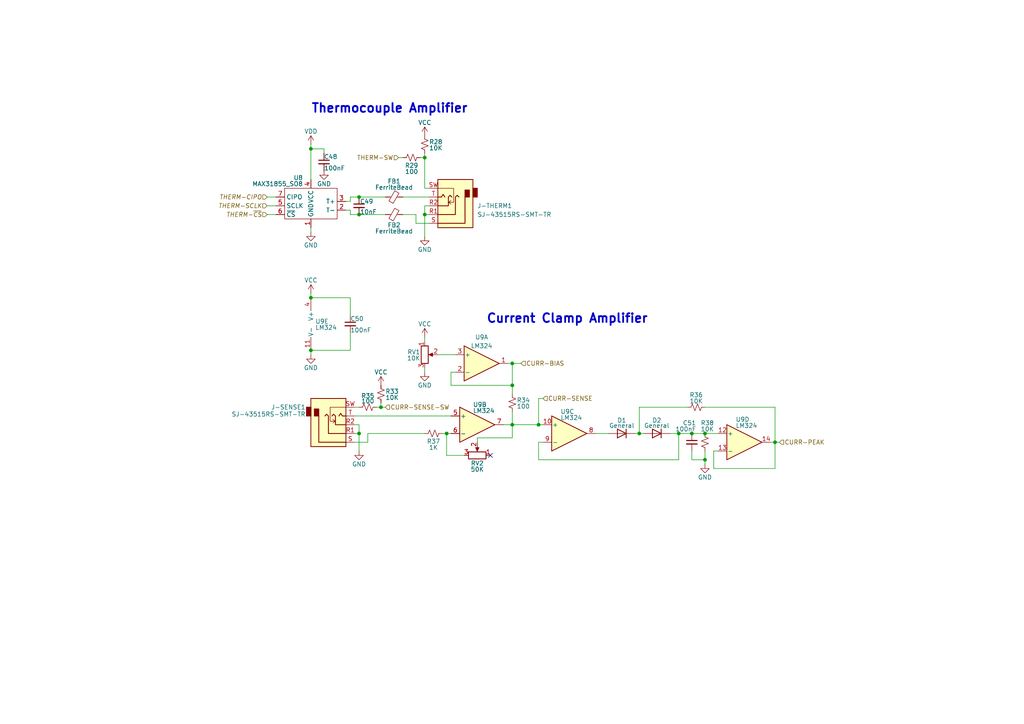
<source format=kicad_sch>
(kicad_sch (version 20230121) (generator eeschema)

  (uuid 65e88df8-e947-4dc7-a82b-26e5f6a7ff72)

  (paper "A4")

  (title_block
    (title "EasyBake Reflow Oven")
    (rev "6")
    (company "Daxxn Industries")
  )

  (lib_symbols
    (symbol "Amplifier_Operational:LM324" (pin_names (offset 0.127)) (in_bom yes) (on_board yes)
      (property "Reference" "U" (at 0 5.08 0)
        (effects (font (size 1.27 1.27)) (justify left))
      )
      (property "Value" "LM324" (at 0 -5.08 0)
        (effects (font (size 1.27 1.27)) (justify left))
      )
      (property "Footprint" "" (at -1.27 2.54 0)
        (effects (font (size 1.27 1.27)) hide)
      )
      (property "Datasheet" "http://www.ti.com/lit/ds/symlink/lm2902-n.pdf" (at 1.27 5.08 0)
        (effects (font (size 1.27 1.27)) hide)
      )
      (property "ki_locked" "" (at 0 0 0)
        (effects (font (size 1.27 1.27)))
      )
      (property "ki_keywords" "quad opamp" (at 0 0 0)
        (effects (font (size 1.27 1.27)) hide)
      )
      (property "ki_description" "Low-Power, Quad-Operational Amplifiers, DIP-14/SOIC-14/SSOP-14" (at 0 0 0)
        (effects (font (size 1.27 1.27)) hide)
      )
      (property "ki_fp_filters" "SOIC*3.9x8.7mm*P1.27mm* DIP*W7.62mm* TSSOP*4.4x5mm*P0.65mm* SSOP*5.3x6.2mm*P0.65mm* MSOP*3x3mm*P0.5mm*" (at 0 0 0)
        (effects (font (size 1.27 1.27)) hide)
      )
      (symbol "LM324_1_1"
        (polyline
          (pts
            (xy -5.08 5.08)
            (xy 5.08 0)
            (xy -5.08 -5.08)
            (xy -5.08 5.08)
          )
          (stroke (width 0.254) (type default))
          (fill (type background))
        )
        (pin output line (at 7.62 0 180) (length 2.54)
          (name "~" (effects (font (size 1.27 1.27))))
          (number "1" (effects (font (size 1.27 1.27))))
        )
        (pin input line (at -7.62 -2.54 0) (length 2.54)
          (name "-" (effects (font (size 1.27 1.27))))
          (number "2" (effects (font (size 1.27 1.27))))
        )
        (pin input line (at -7.62 2.54 0) (length 2.54)
          (name "+" (effects (font (size 1.27 1.27))))
          (number "3" (effects (font (size 1.27 1.27))))
        )
      )
      (symbol "LM324_2_1"
        (polyline
          (pts
            (xy -5.08 5.08)
            (xy 5.08 0)
            (xy -5.08 -5.08)
            (xy -5.08 5.08)
          )
          (stroke (width 0.254) (type default))
          (fill (type background))
        )
        (pin input line (at -7.62 2.54 0) (length 2.54)
          (name "+" (effects (font (size 1.27 1.27))))
          (number "5" (effects (font (size 1.27 1.27))))
        )
        (pin input line (at -7.62 -2.54 0) (length 2.54)
          (name "-" (effects (font (size 1.27 1.27))))
          (number "6" (effects (font (size 1.27 1.27))))
        )
        (pin output line (at 7.62 0 180) (length 2.54)
          (name "~" (effects (font (size 1.27 1.27))))
          (number "7" (effects (font (size 1.27 1.27))))
        )
      )
      (symbol "LM324_3_1"
        (polyline
          (pts
            (xy -5.08 5.08)
            (xy 5.08 0)
            (xy -5.08 -5.08)
            (xy -5.08 5.08)
          )
          (stroke (width 0.254) (type default))
          (fill (type background))
        )
        (pin input line (at -7.62 2.54 0) (length 2.54)
          (name "+" (effects (font (size 1.27 1.27))))
          (number "10" (effects (font (size 1.27 1.27))))
        )
        (pin output line (at 7.62 0 180) (length 2.54)
          (name "~" (effects (font (size 1.27 1.27))))
          (number "8" (effects (font (size 1.27 1.27))))
        )
        (pin input line (at -7.62 -2.54 0) (length 2.54)
          (name "-" (effects (font (size 1.27 1.27))))
          (number "9" (effects (font (size 1.27 1.27))))
        )
      )
      (symbol "LM324_4_1"
        (polyline
          (pts
            (xy -5.08 5.08)
            (xy 5.08 0)
            (xy -5.08 -5.08)
            (xy -5.08 5.08)
          )
          (stroke (width 0.254) (type default))
          (fill (type background))
        )
        (pin input line (at -7.62 2.54 0) (length 2.54)
          (name "+" (effects (font (size 1.27 1.27))))
          (number "12" (effects (font (size 1.27 1.27))))
        )
        (pin input line (at -7.62 -2.54 0) (length 2.54)
          (name "-" (effects (font (size 1.27 1.27))))
          (number "13" (effects (font (size 1.27 1.27))))
        )
        (pin output line (at 7.62 0 180) (length 2.54)
          (name "~" (effects (font (size 1.27 1.27))))
          (number "14" (effects (font (size 1.27 1.27))))
        )
      )
      (symbol "LM324_5_1"
        (pin power_in line (at -2.54 -7.62 90) (length 3.81)
          (name "V-" (effects (font (size 1.27 1.27))))
          (number "11" (effects (font (size 1.27 1.27))))
        )
        (pin power_in line (at -2.54 7.62 270) (length 3.81)
          (name "V+" (effects (font (size 1.27 1.27))))
          (number "4" (effects (font (size 1.27 1.27))))
        )
      )
    )
    (symbol "Daxxn_Connectors:SJ-43515RS-SMT-TR" (in_bom yes) (on_board yes)
      (property "Reference" "J" (at 0 8.89 0)
        (effects (font (size 1.27 1.27)))
      )
      (property "Value" "SJ-43515RS-SMT-TR" (at 0 6.35 0)
        (effects (font (size 1.27 1.27)))
      )
      (property "Footprint" "Daxxn_Connectors:SJ-43515RS-SMT-TR" (at 0 12.192 0)
        (effects (font (size 1.27 1.27)) hide)
      )
      (property "Datasheet" "~" (at 0 0 0)
        (effects (font (size 1.27 1.27)) hide)
      )
      (property "ki_keywords" "audio jack receptacle stereo headphones phones TRS connector" (at 0 0 0)
        (effects (font (size 1.27 1.27)) hide)
      )
      (property "ki_description" "Audio Jack, 3 Poles (Stereo / TRS), Switched TR Poles (Normalling)" (at 0 0 0)
        (effects (font (size 1.27 1.27)) hide)
      )
      (property "ki_fp_filters" "Jack*" (at 0 0 0)
        (effects (font (size 1.27 1.27)) hide)
      )
      (symbol "SJ-43515RS-SMT-TR_0_1"
        (rectangle (start -7.62 -5.08) (end -8.89 -7.62)
          (stroke (width 0.254) (type default))
          (fill (type outline))
        )
        (rectangle (start -7.62 3.81) (end 2.54 -10.16)
          (stroke (width 0.254) (type default))
          (fill (type background))
        )
        (rectangle (start -6.604 -5.08) (end -5.334 -7.112)
          (stroke (width 0.254) (type default))
          (fill (type outline))
        )
        (polyline
          (pts
            (xy -0.508 -3.556)
            (xy -1.27 -4.064)
          )
          (stroke (width 0) (type default))
          (fill (type none))
        )
        (polyline
          (pts
            (xy -0.508 -3.556)
            (xy -1.27 -3.048)
          )
          (stroke (width 0) (type default))
          (fill (type none))
        )
        (polyline
          (pts
            (xy 0.508 -5.08)
            (xy 1.016 -5.842)
            (xy 1.524 -5.08)
            (xy 2.54 -5.08)
          )
          (stroke (width 0.254) (type default))
          (fill (type none))
        )
        (polyline
          (pts
            (xy 2.54 -7.62)
            (xy -2.032 -7.62)
            (xy -2.032 -3.556)
            (xy -0.508 -3.556)
          )
          (stroke (width 0) (type default))
          (fill (type none))
        )
        (polyline
          (pts
            (xy -1.524 -5.08)
            (xy -1.016 -5.588)
            (xy -0.508 -5.08)
            (xy -0.508 -2.54)
            (xy 2.54 -2.54)
          )
          (stroke (width 0.254) (type default))
          (fill (type none))
        )
        (polyline
          (pts
            (xy 2.54 0)
            (xy -2.54 0)
            (xy -2.54 -5.08)
            (xy -3.048 -5.588)
            (xy -3.556 -5.08)
          )
          (stroke (width 0.254) (type default))
          (fill (type none))
        )
        (polyline
          (pts
            (xy 2.54 2.54)
            (xy -5.334 2.54)
            (xy -5.334 -5.08)
            (xy -5.334 -5.08)
            (xy -5.334 -5.08)
          )
          (stroke (width 0.254) (type default))
          (fill (type none))
        )
      )
      (symbol "SJ-43515RS-SMT-TR_1_1"
        (pin passive line (at 5.08 0 180) (length 2.54)
          (name "~" (effects (font (size 1.27 1.27))))
          (number "R1" (effects (font (size 1.27 1.27))))
        )
        (pin passive line (at 5.08 -2.54 180) (length 2.54)
          (name "~" (effects (font (size 1.27 1.27))))
          (number "R2" (effects (font (size 1.27 1.27))))
        )
        (pin passive line (at 5.08 2.54 180) (length 2.54)
          (name "~" (effects (font (size 1.27 1.27))))
          (number "S" (effects (font (size 1.27 1.27))))
        )
        (pin passive line (at 5.08 -7.62 180) (length 2.54)
          (name "~" (effects (font (size 1.27 1.27))))
          (number "SW" (effects (font (size 1.27 1.27))))
        )
        (pin passive line (at 5.08 -5.08 180) (length 2.54)
          (name "~" (effects (font (size 1.27 1.27))))
          (number "T" (effects (font (size 1.27 1.27))))
        )
      )
    )
    (symbol "Daxxn_IC:MAX31855_SO8" (in_bom yes) (on_board yes)
      (property "Reference" "U" (at 1.27 6.35 0)
        (effects (font (size 1.27 1.27)) (justify left))
      )
      (property "Value" "MAX31855_SO8" (at 1.27 8.89 0)
        (effects (font (size 1.27 1.27)) (justify left))
      )
      (property "Footprint" "Package_SO:SO-8_3.9x4.9mm_P1.27mm" (at 0 21.59 0)
        (effects (font (size 1.27 1.27)) hide)
      )
      (property "Datasheet" "C:\\Users\\Daxxn\\Documents\\Electrical\\Datasheets\\MAX31855.pdf" (at 0 19.05 0)
        (effects (font (size 1.27 1.27)) hide)
      )
      (property "ki_keywords" "thermo" (at 0 0 0)
        (effects (font (size 1.27 1.27)) hide)
      )
      (property "ki_description" "Thermocouple Sensor" (at 0 0 0)
        (effects (font (size 1.27 1.27)) hide)
      )
      (symbol "MAX31855_SO8_0_0"
        (pin unspecified line (at 0 -6.35 90) (length 2.54)
          (name "GND" (effects (font (size 1.27 1.27))))
          (number "1" (effects (font (size 1.27 1.27))))
        )
        (pin unspecified line (at 10.16 -1.27 180) (length 2.54)
          (name "T-" (effects (font (size 1.27 1.27))))
          (number "2" (effects (font (size 1.27 1.27))))
        )
        (pin unspecified line (at 10.16 1.27 180) (length 2.54)
          (name "T+" (effects (font (size 1.27 1.27))))
          (number "3" (effects (font (size 1.27 1.27))))
        )
        (pin unspecified line (at 0 7.62 270) (length 2.54)
          (name "VCC" (effects (font (size 1.27 1.27))))
          (number "4" (effects (font (size 1.27 1.27))))
        )
        (pin unspecified line (at -10.16 0 0) (length 2.54)
          (name "SCLK" (effects (font (size 1.27 1.27))))
          (number "5" (effects (font (size 1.27 1.27))))
        )
        (pin unspecified line (at -10.16 -2.54 0) (length 2.54)
          (name "~{CS}" (effects (font (size 1.27 1.27))))
          (number "6" (effects (font (size 1.27 1.27))))
        )
        (pin unspecified line (at -10.16 2.54 0) (length 2.54)
          (name "CIPO" (effects (font (size 1.27 1.27))))
          (number "7" (effects (font (size 1.27 1.27))))
        )
      )
      (symbol "MAX31855_SO8_0_1"
        (rectangle (start -7.62 5.08) (end 7.62 -3.81)
          (stroke (width 0) (type default))
          (fill (type none))
        )
      )
    )
    (symbol "Device:C_Small" (pin_numbers hide) (pin_names (offset 0.254) hide) (in_bom yes) (on_board yes)
      (property "Reference" "C" (at 0.254 1.778 0)
        (effects (font (size 1.27 1.27)) (justify left))
      )
      (property "Value" "C_Small" (at 0.254 -2.032 0)
        (effects (font (size 1.27 1.27)) (justify left))
      )
      (property "Footprint" "" (at 0 0 0)
        (effects (font (size 1.27 1.27)) hide)
      )
      (property "Datasheet" "~" (at 0 0 0)
        (effects (font (size 1.27 1.27)) hide)
      )
      (property "ki_keywords" "capacitor cap" (at 0 0 0)
        (effects (font (size 1.27 1.27)) hide)
      )
      (property "ki_description" "Unpolarized capacitor, small symbol" (at 0 0 0)
        (effects (font (size 1.27 1.27)) hide)
      )
      (property "ki_fp_filters" "C_*" (at 0 0 0)
        (effects (font (size 1.27 1.27)) hide)
      )
      (symbol "C_Small_0_1"
        (polyline
          (pts
            (xy -1.524 -0.508)
            (xy 1.524 -0.508)
          )
          (stroke (width 0.3302) (type default))
          (fill (type none))
        )
        (polyline
          (pts
            (xy -1.524 0.508)
            (xy 1.524 0.508)
          )
          (stroke (width 0.3048) (type default))
          (fill (type none))
        )
      )
      (symbol "C_Small_1_1"
        (pin passive line (at 0 2.54 270) (length 2.032)
          (name "~" (effects (font (size 1.27 1.27))))
          (number "1" (effects (font (size 1.27 1.27))))
        )
        (pin passive line (at 0 -2.54 90) (length 2.032)
          (name "~" (effects (font (size 1.27 1.27))))
          (number "2" (effects (font (size 1.27 1.27))))
        )
      )
    )
    (symbol "Device:D" (pin_numbers hide) (pin_names (offset 1.016) hide) (in_bom yes) (on_board yes)
      (property "Reference" "D" (at 0 2.54 0)
        (effects (font (size 1.27 1.27)))
      )
      (property "Value" "D" (at 0 -2.54 0)
        (effects (font (size 1.27 1.27)))
      )
      (property "Footprint" "" (at 0 0 0)
        (effects (font (size 1.27 1.27)) hide)
      )
      (property "Datasheet" "~" (at 0 0 0)
        (effects (font (size 1.27 1.27)) hide)
      )
      (property "ki_keywords" "diode" (at 0 0 0)
        (effects (font (size 1.27 1.27)) hide)
      )
      (property "ki_description" "Diode" (at 0 0 0)
        (effects (font (size 1.27 1.27)) hide)
      )
      (property "ki_fp_filters" "TO-???* *_Diode_* *SingleDiode* D_*" (at 0 0 0)
        (effects (font (size 1.27 1.27)) hide)
      )
      (symbol "D_0_1"
        (polyline
          (pts
            (xy -1.27 1.27)
            (xy -1.27 -1.27)
          )
          (stroke (width 0.254) (type default))
          (fill (type none))
        )
        (polyline
          (pts
            (xy 1.27 0)
            (xy -1.27 0)
          )
          (stroke (width 0) (type default))
          (fill (type none))
        )
        (polyline
          (pts
            (xy 1.27 1.27)
            (xy 1.27 -1.27)
            (xy -1.27 0)
            (xy 1.27 1.27)
          )
          (stroke (width 0.254) (type default))
          (fill (type none))
        )
      )
      (symbol "D_1_1"
        (pin passive line (at -3.81 0 0) (length 2.54)
          (name "K" (effects (font (size 1.27 1.27))))
          (number "1" (effects (font (size 1.27 1.27))))
        )
        (pin passive line (at 3.81 0 180) (length 2.54)
          (name "A" (effects (font (size 1.27 1.27))))
          (number "2" (effects (font (size 1.27 1.27))))
        )
      )
    )
    (symbol "Device:FerriteBead_Small" (pin_numbers hide) (pin_names (offset 0)) (in_bom yes) (on_board yes)
      (property "Reference" "FB" (at 1.905 1.27 0)
        (effects (font (size 1.27 1.27)) (justify left))
      )
      (property "Value" "FerriteBead_Small" (at 1.905 -1.27 0)
        (effects (font (size 1.27 1.27)) (justify left))
      )
      (property "Footprint" "" (at -1.778 0 90)
        (effects (font (size 1.27 1.27)) hide)
      )
      (property "Datasheet" "~" (at 0 0 0)
        (effects (font (size 1.27 1.27)) hide)
      )
      (property "ki_keywords" "L ferrite bead inductor filter" (at 0 0 0)
        (effects (font (size 1.27 1.27)) hide)
      )
      (property "ki_description" "Ferrite bead, small symbol" (at 0 0 0)
        (effects (font (size 1.27 1.27)) hide)
      )
      (property "ki_fp_filters" "Inductor_* L_* *Ferrite*" (at 0 0 0)
        (effects (font (size 1.27 1.27)) hide)
      )
      (symbol "FerriteBead_Small_0_1"
        (polyline
          (pts
            (xy 0 -1.27)
            (xy 0 -0.7874)
          )
          (stroke (width 0) (type default))
          (fill (type none))
        )
        (polyline
          (pts
            (xy 0 0.889)
            (xy 0 1.2954)
          )
          (stroke (width 0) (type default))
          (fill (type none))
        )
        (polyline
          (pts
            (xy -1.8288 0.2794)
            (xy -1.1176 1.4986)
            (xy 1.8288 -0.2032)
            (xy 1.1176 -1.4224)
            (xy -1.8288 0.2794)
          )
          (stroke (width 0) (type default))
          (fill (type none))
        )
      )
      (symbol "FerriteBead_Small_1_1"
        (pin passive line (at 0 2.54 270) (length 1.27)
          (name "~" (effects (font (size 1.27 1.27))))
          (number "1" (effects (font (size 1.27 1.27))))
        )
        (pin passive line (at 0 -2.54 90) (length 1.27)
          (name "~" (effects (font (size 1.27 1.27))))
          (number "2" (effects (font (size 1.27 1.27))))
        )
      )
    )
    (symbol "Device:R_Potentiometer" (pin_names (offset 1.016) hide) (in_bom yes) (on_board yes)
      (property "Reference" "RV" (at -4.445 0 90)
        (effects (font (size 1.27 1.27)))
      )
      (property "Value" "R_Potentiometer" (at -2.54 0 90)
        (effects (font (size 1.27 1.27)))
      )
      (property "Footprint" "" (at 0 0 0)
        (effects (font (size 1.27 1.27)) hide)
      )
      (property "Datasheet" "~" (at 0 0 0)
        (effects (font (size 1.27 1.27)) hide)
      )
      (property "ki_keywords" "resistor variable" (at 0 0 0)
        (effects (font (size 1.27 1.27)) hide)
      )
      (property "ki_description" "Potentiometer" (at 0 0 0)
        (effects (font (size 1.27 1.27)) hide)
      )
      (property "ki_fp_filters" "Potentiometer*" (at 0 0 0)
        (effects (font (size 1.27 1.27)) hide)
      )
      (symbol "R_Potentiometer_0_1"
        (polyline
          (pts
            (xy 2.54 0)
            (xy 1.524 0)
          )
          (stroke (width 0) (type default))
          (fill (type none))
        )
        (polyline
          (pts
            (xy 1.143 0)
            (xy 2.286 0.508)
            (xy 2.286 -0.508)
            (xy 1.143 0)
          )
          (stroke (width 0) (type default))
          (fill (type outline))
        )
        (rectangle (start 1.016 2.54) (end -1.016 -2.54)
          (stroke (width 0.254) (type default))
          (fill (type none))
        )
      )
      (symbol "R_Potentiometer_1_1"
        (pin passive line (at 0 3.81 270) (length 1.27)
          (name "1" (effects (font (size 1.27 1.27))))
          (number "1" (effects (font (size 1.27 1.27))))
        )
        (pin passive line (at 3.81 0 180) (length 1.27)
          (name "2" (effects (font (size 1.27 1.27))))
          (number "2" (effects (font (size 1.27 1.27))))
        )
        (pin passive line (at 0 -3.81 90) (length 1.27)
          (name "3" (effects (font (size 1.27 1.27))))
          (number "3" (effects (font (size 1.27 1.27))))
        )
      )
    )
    (symbol "Device:R_Small_US" (pin_numbers hide) (pin_names (offset 0.254) hide) (in_bom yes) (on_board yes)
      (property "Reference" "R" (at 0.762 0.508 0)
        (effects (font (size 1.27 1.27)) (justify left))
      )
      (property "Value" "R_Small_US" (at 0.762 -1.016 0)
        (effects (font (size 1.27 1.27)) (justify left))
      )
      (property "Footprint" "" (at 0 0 0)
        (effects (font (size 1.27 1.27)) hide)
      )
      (property "Datasheet" "~" (at 0 0 0)
        (effects (font (size 1.27 1.27)) hide)
      )
      (property "ki_keywords" "r resistor" (at 0 0 0)
        (effects (font (size 1.27 1.27)) hide)
      )
      (property "ki_description" "Resistor, small US symbol" (at 0 0 0)
        (effects (font (size 1.27 1.27)) hide)
      )
      (property "ki_fp_filters" "R_*" (at 0 0 0)
        (effects (font (size 1.27 1.27)) hide)
      )
      (symbol "R_Small_US_1_1"
        (polyline
          (pts
            (xy 0 0)
            (xy 1.016 -0.381)
            (xy 0 -0.762)
            (xy -1.016 -1.143)
            (xy 0 -1.524)
          )
          (stroke (width 0) (type default))
          (fill (type none))
        )
        (polyline
          (pts
            (xy 0 1.524)
            (xy 1.016 1.143)
            (xy 0 0.762)
            (xy -1.016 0.381)
            (xy 0 0)
          )
          (stroke (width 0) (type default))
          (fill (type none))
        )
        (pin passive line (at 0 2.54 270) (length 1.016)
          (name "~" (effects (font (size 1.27 1.27))))
          (number "1" (effects (font (size 1.27 1.27))))
        )
        (pin passive line (at 0 -2.54 90) (length 1.016)
          (name "~" (effects (font (size 1.27 1.27))))
          (number "2" (effects (font (size 1.27 1.27))))
        )
      )
    )
    (symbol "power:GND" (power) (pin_names (offset 0)) (in_bom yes) (on_board yes)
      (property "Reference" "#PWR" (at 0 -6.35 0)
        (effects (font (size 1.27 1.27)) hide)
      )
      (property "Value" "GND" (at 0 -3.81 0)
        (effects (font (size 1.27 1.27)))
      )
      (property "Footprint" "" (at 0 0 0)
        (effects (font (size 1.27 1.27)) hide)
      )
      (property "Datasheet" "" (at 0 0 0)
        (effects (font (size 1.27 1.27)) hide)
      )
      (property "ki_keywords" "power-flag" (at 0 0 0)
        (effects (font (size 1.27 1.27)) hide)
      )
      (property "ki_description" "Power symbol creates a global label with name \"GND\" , ground" (at 0 0 0)
        (effects (font (size 1.27 1.27)) hide)
      )
      (symbol "GND_0_1"
        (polyline
          (pts
            (xy 0 0)
            (xy 0 -1.27)
            (xy 1.27 -1.27)
            (xy 0 -2.54)
            (xy -1.27 -1.27)
            (xy 0 -1.27)
          )
          (stroke (width 0) (type default))
          (fill (type none))
        )
      )
      (symbol "GND_1_1"
        (pin power_in line (at 0 0 270) (length 0) hide
          (name "GND" (effects (font (size 1.27 1.27))))
          (number "1" (effects (font (size 1.27 1.27))))
        )
      )
    )
    (symbol "power:VCC" (power) (pin_names (offset 0)) (in_bom yes) (on_board yes)
      (property "Reference" "#PWR" (at 0 -3.81 0)
        (effects (font (size 1.27 1.27)) hide)
      )
      (property "Value" "VCC" (at 0 3.81 0)
        (effects (font (size 1.27 1.27)))
      )
      (property "Footprint" "" (at 0 0 0)
        (effects (font (size 1.27 1.27)) hide)
      )
      (property "Datasheet" "" (at 0 0 0)
        (effects (font (size 1.27 1.27)) hide)
      )
      (property "ki_keywords" "global power" (at 0 0 0)
        (effects (font (size 1.27 1.27)) hide)
      )
      (property "ki_description" "Power symbol creates a global label with name \"VCC\"" (at 0 0 0)
        (effects (font (size 1.27 1.27)) hide)
      )
      (symbol "VCC_0_1"
        (polyline
          (pts
            (xy -0.762 1.27)
            (xy 0 2.54)
          )
          (stroke (width 0) (type default))
          (fill (type none))
        )
        (polyline
          (pts
            (xy 0 0)
            (xy 0 2.54)
          )
          (stroke (width 0) (type default))
          (fill (type none))
        )
        (polyline
          (pts
            (xy 0 2.54)
            (xy 0.762 1.27)
          )
          (stroke (width 0) (type default))
          (fill (type none))
        )
      )
      (symbol "VCC_1_1"
        (pin power_in line (at 0 0 90) (length 0) hide
          (name "VCC" (effects (font (size 1.27 1.27))))
          (number "1" (effects (font (size 1.27 1.27))))
        )
      )
    )
    (symbol "power:VDD" (power) (pin_names (offset 0)) (in_bom yes) (on_board yes)
      (property "Reference" "#PWR" (at 0 -3.81 0)
        (effects (font (size 1.27 1.27)) hide)
      )
      (property "Value" "VDD" (at 0 3.81 0)
        (effects (font (size 1.27 1.27)))
      )
      (property "Footprint" "" (at 0 0 0)
        (effects (font (size 1.27 1.27)) hide)
      )
      (property "Datasheet" "" (at 0 0 0)
        (effects (font (size 1.27 1.27)) hide)
      )
      (property "ki_keywords" "power-flag" (at 0 0 0)
        (effects (font (size 1.27 1.27)) hide)
      )
      (property "ki_description" "Power symbol creates a global label with name \"VDD\"" (at 0 0 0)
        (effects (font (size 1.27 1.27)) hide)
      )
      (symbol "VDD_0_1"
        (polyline
          (pts
            (xy -0.762 1.27)
            (xy 0 2.54)
          )
          (stroke (width 0) (type default))
          (fill (type none))
        )
        (polyline
          (pts
            (xy 0 0)
            (xy 0 2.54)
          )
          (stroke (width 0) (type default))
          (fill (type none))
        )
        (polyline
          (pts
            (xy 0 2.54)
            (xy 0.762 1.27)
          )
          (stroke (width 0) (type default))
          (fill (type none))
        )
      )
      (symbol "VDD_1_1"
        (pin power_in line (at 0 0 90) (length 0) hide
          (name "VDD" (effects (font (size 1.27 1.27))))
          (number "1" (effects (font (size 1.27 1.27))))
        )
      )
    )
  )

  (junction (at 104.14 125.73) (diameter 0) (color 0 0 0 0)
    (uuid 15523a4c-7357-434c-9377-cb9c73511904)
  )
  (junction (at 224.79 128.27) (diameter 0) (color 0 0 0 0)
    (uuid 18fc9649-3222-489d-a474-8d144ac6019e)
  )
  (junction (at 185.42 125.73) (diameter 0) (color 0 0 0 0)
    (uuid 214b13c1-4efd-475d-8b96-eb102a58ecfb)
  )
  (junction (at 123.19 45.72) (diameter 0) (color 0 0 0 0)
    (uuid 29540b17-b33e-43f7-83f4-6ae043b6650c)
  )
  (junction (at 104.14 62.23) (diameter 0) (color 0 0 0 0)
    (uuid 32cdc1c7-92f3-4659-8560-a61317d534e4)
  )
  (junction (at 123.19 62.23) (diameter 0) (color 0 0 0 0)
    (uuid 36cb1c8a-de28-4065-8dc9-f51523e7f139)
  )
  (junction (at 156.21 123.19) (diameter 0) (color 0 0 0 0)
    (uuid 3997b677-8964-4f17-b564-2105ac4fe0ca)
  )
  (junction (at 148.59 123.19) (diameter 0) (color 0 0 0 0)
    (uuid 42561413-0f12-415e-aeb3-2e0b4420ba1a)
  )
  (junction (at 148.59 111.76) (diameter 0) (color 0 0 0 0)
    (uuid 64d415e1-f5ef-4bfd-8b46-260e240637cd)
  )
  (junction (at 204.47 133.35) (diameter 0) (color 0 0 0 0)
    (uuid 67fef838-f059-48d4-994a-8fd5bef3a29c)
  )
  (junction (at 110.49 118.11) (diameter 0) (color 0 0 0 0)
    (uuid 7bc3841f-62bc-402e-8a92-abe40a074ab6)
  )
  (junction (at 104.14 57.15) (diameter 0) (color 0 0 0 0)
    (uuid 8ec3ba3f-e6fd-417b-9a06-f68571b8a102)
  )
  (junction (at 90.17 101.6) (diameter 0) (color 0 0 0 0)
    (uuid a1b1ed98-ac73-438b-a3ac-3848caad6faa)
  )
  (junction (at 196.85 125.73) (diameter 0) (color 0 0 0 0)
    (uuid bd1f2dc2-69eb-491b-a991-a5a5dd0acb2f)
  )
  (junction (at 200.66 125.73) (diameter 0) (color 0 0 0 0)
    (uuid bd66956e-44e9-4097-9210-d027e54412a0)
  )
  (junction (at 204.47 125.73) (diameter 0) (color 0 0 0 0)
    (uuid c7e47f30-af58-458a-8cc0-8d665e69c414)
  )
  (junction (at 148.59 105.41) (diameter 0) (color 0 0 0 0)
    (uuid d04f0fbe-5671-464a-a824-fa3b2cf5fe97)
  )
  (junction (at 90.17 86.36) (diameter 0) (color 0 0 0 0)
    (uuid d05f9d11-70cd-44c6-a348-859623ec6b9f)
  )
  (junction (at 90.17 43.18) (diameter 0) (color 0 0 0 0)
    (uuid d407ce9d-8a3c-4dce-aaed-1a2f6dbfbe68)
  )
  (junction (at 129.54 125.73) (diameter 0) (color 0 0 0 0)
    (uuid db6d6d44-d2f3-4132-aa5d-64c1e8b6deac)
  )

  (no_connect (at 142.24 132.08) (uuid c31d3a72-8826-46a0-bd5e-bd5cb58baa56))

  (wire (pts (xy 101.6 60.96) (xy 101.6 62.23))
    (stroke (width 0) (type default))
    (uuid 04704ec3-6a23-472a-8bfe-ddc6a8f901e9)
  )
  (wire (pts (xy 106.68 128.27) (xy 102.87 128.27))
    (stroke (width 0) (type default))
    (uuid 07fcc20c-1fde-4994-b8fb-01aaa46563cb)
  )
  (wire (pts (xy 101.6 62.23) (xy 104.14 62.23))
    (stroke (width 0) (type default))
    (uuid 090b07ac-f3be-457b-859f-5ba176418293)
  )
  (wire (pts (xy 123.19 59.69) (xy 123.19 62.23))
    (stroke (width 0) (type default))
    (uuid 1279939d-686b-456b-a01d-b7b9e24b5983)
  )
  (wire (pts (xy 184.15 125.73) (xy 185.42 125.73))
    (stroke (width 0) (type default))
    (uuid 1656f224-4a63-44ea-b5d0-fa1f4bf563d0)
  )
  (wire (pts (xy 200.66 133.35) (xy 204.47 133.35))
    (stroke (width 0) (type default))
    (uuid 17ed404a-a04d-457e-aa95-fdb5f36d69ab)
  )
  (wire (pts (xy 102.87 123.19) (xy 104.14 123.19))
    (stroke (width 0) (type default))
    (uuid 1a4ab0a3-abc2-498d-84d6-d6f90132f9e6)
  )
  (wire (pts (xy 123.19 62.23) (xy 123.19 68.58))
    (stroke (width 0) (type default))
    (uuid 1a5f3c1e-c492-49ed-a9bd-5ee2a7c2a8c0)
  )
  (wire (pts (xy 104.14 57.15) (xy 101.6 57.15))
    (stroke (width 0) (type default))
    (uuid 1b4a256a-084d-4b9e-8ac6-ef2d8f60f5ee)
  )
  (wire (pts (xy 90.17 85.09) (xy 90.17 86.36))
    (stroke (width 0) (type default))
    (uuid 1f0cddd4-bfc5-4e5b-8734-3b0f2a6e2e57)
  )
  (wire (pts (xy 121.92 45.72) (xy 123.19 45.72))
    (stroke (width 0) (type default))
    (uuid 242cba1e-a8c2-4743-84dd-4c17f2762a77)
  )
  (wire (pts (xy 110.49 118.11) (xy 109.22 118.11))
    (stroke (width 0) (type default))
    (uuid 25e4484a-1616-4ee5-92ec-185b361b64d1)
  )
  (wire (pts (xy 101.6 57.15) (xy 101.6 58.42))
    (stroke (width 0) (type default))
    (uuid 2866d623-2489-47f2-ac58-e6fe8eb4de40)
  )
  (wire (pts (xy 77.47 59.69) (xy 80.01 59.69))
    (stroke (width 0) (type default))
    (uuid 2a33c81e-e8c9-4bf1-b5f7-9fa09d19e578)
  )
  (wire (pts (xy 129.54 132.08) (xy 134.62 132.08))
    (stroke (width 0) (type default))
    (uuid 2a5c6153-257a-4832-a917-b01d389ad960)
  )
  (wire (pts (xy 200.66 125.73) (xy 204.47 125.73))
    (stroke (width 0) (type default))
    (uuid 2a6616d4-bbca-4b6e-a36b-16d8e8278d3b)
  )
  (wire (pts (xy 90.17 101.6) (xy 90.17 102.87))
    (stroke (width 0) (type default))
    (uuid 2e44219d-be3b-4872-931a-dcea11e28373)
  )
  (wire (pts (xy 77.47 57.15) (xy 80.01 57.15))
    (stroke (width 0) (type default))
    (uuid 308e3f95-175d-4934-96cf-7fec356ddd4e)
  )
  (wire (pts (xy 156.21 128.27) (xy 157.48 128.27))
    (stroke (width 0) (type default))
    (uuid 331f062a-27a2-4554-818e-8686cf931b52)
  )
  (wire (pts (xy 204.47 125.73) (xy 208.28 125.73))
    (stroke (width 0) (type default))
    (uuid 36163db9-9a39-4229-a6d1-1620f7299e0e)
  )
  (wire (pts (xy 90.17 41.91) (xy 90.17 43.18))
    (stroke (width 0) (type default))
    (uuid 3a544915-63f4-4846-82bc-8845d3168bfc)
  )
  (wire (pts (xy 204.47 118.11) (xy 224.79 118.11))
    (stroke (width 0) (type default))
    (uuid 3c65b23b-a136-411f-89a1-964a6b2fc7b9)
  )
  (wire (pts (xy 127 102.87) (xy 132.08 102.87))
    (stroke (width 0) (type default))
    (uuid 3e26d3ff-ed9a-4722-9736-f74fa8d56b6a)
  )
  (wire (pts (xy 102.87 120.65) (xy 130.81 120.65))
    (stroke (width 0) (type default))
    (uuid 3fcc70e4-aa44-467f-8c06-5559d391af93)
  )
  (wire (pts (xy 196.85 125.73) (xy 200.66 125.73))
    (stroke (width 0) (type default))
    (uuid 42b0114c-7b09-4622-a46c-7abab3ab4f42)
  )
  (wire (pts (xy 185.42 125.73) (xy 186.69 125.73))
    (stroke (width 0) (type default))
    (uuid 436ca8d4-129a-44ff-aed0-add3dd5b38b3)
  )
  (wire (pts (xy 101.6 58.42) (xy 100.33 58.42))
    (stroke (width 0) (type default))
    (uuid 43a0ff19-8ee8-4ac5-b63f-9bda8aa77d44)
  )
  (wire (pts (xy 102.87 118.11) (xy 104.14 118.11))
    (stroke (width 0) (type default))
    (uuid 443fe76d-9ff2-4d0f-85bb-5da0c6b7a96a)
  )
  (wire (pts (xy 123.19 62.23) (xy 124.46 62.23))
    (stroke (width 0) (type default))
    (uuid 4664b624-5cb3-4152-a640-02f8c375e427)
  )
  (wire (pts (xy 204.47 133.35) (xy 204.47 130.81))
    (stroke (width 0) (type default))
    (uuid 470f877a-9c20-4fbf-a378-b1e192873dad)
  )
  (wire (pts (xy 100.33 60.96) (xy 101.6 60.96))
    (stroke (width 0) (type default))
    (uuid 47a2b63f-5a4e-4cc8-9b90-85693db9eed9)
  )
  (wire (pts (xy 207.01 130.81) (xy 208.28 130.81))
    (stroke (width 0) (type default))
    (uuid 4a36201e-3fab-4c6f-8351-b6a13195d07e)
  )
  (wire (pts (xy 123.19 106.68) (xy 123.19 107.95))
    (stroke (width 0) (type default))
    (uuid 4c295450-a4a6-41e8-8a3f-b9271150974e)
  )
  (wire (pts (xy 129.54 125.73) (xy 130.81 125.73))
    (stroke (width 0) (type default))
    (uuid 5109f35f-b373-4cb4-9f51-ea4564bc8b9b)
  )
  (wire (pts (xy 207.01 135.89) (xy 224.79 135.89))
    (stroke (width 0) (type default))
    (uuid 5ab408d6-4922-46ee-8af9-5adaa1d55053)
  )
  (wire (pts (xy 138.43 127) (xy 138.43 128.27))
    (stroke (width 0) (type default))
    (uuid 5e0406f7-ba79-49c5-a3db-c068e74b837d)
  )
  (wire (pts (xy 148.59 105.41) (xy 151.13 105.41))
    (stroke (width 0) (type default))
    (uuid 5f479253-2d80-44e8-a4e7-af56c7c9284f)
  )
  (wire (pts (xy 128.27 125.73) (xy 129.54 125.73))
    (stroke (width 0) (type default))
    (uuid 61a60fc8-744c-4ac0-ad6e-51fdfba54033)
  )
  (wire (pts (xy 224.79 128.27) (xy 223.52 128.27))
    (stroke (width 0) (type default))
    (uuid 6462b443-accb-41cf-9b01-0dc2c914ca31)
  )
  (wire (pts (xy 101.6 101.6) (xy 101.6 96.52))
    (stroke (width 0) (type default))
    (uuid 6579a378-e9d6-430d-bc85-850acb48b47b)
  )
  (wire (pts (xy 148.59 123.19) (xy 146.05 123.19))
    (stroke (width 0) (type default))
    (uuid 666087a1-25e4-471d-bb16-0bb0174b49c7)
  )
  (wire (pts (xy 156.21 123.19) (xy 157.48 123.19))
    (stroke (width 0) (type default))
    (uuid 68aa00b7-01b4-4eb3-ab2b-dafd9c5c5111)
  )
  (wire (pts (xy 129.54 125.73) (xy 129.54 132.08))
    (stroke (width 0) (type default))
    (uuid 6c8191f7-63df-42f9-995f-7267679d5936)
  )
  (wire (pts (xy 156.21 133.35) (xy 156.21 128.27))
    (stroke (width 0) (type default))
    (uuid 6d2075ac-616d-4d44-94ab-e10f16e4d734)
  )
  (wire (pts (xy 104.14 62.23) (xy 111.76 62.23))
    (stroke (width 0) (type default))
    (uuid 6e58b0c2-4420-44a7-a0da-1b9b4acaacb5)
  )
  (wire (pts (xy 157.48 115.57) (xy 156.21 115.57))
    (stroke (width 0) (type default))
    (uuid 6f6e98c5-3b79-4031-b073-481a75110bb1)
  )
  (wire (pts (xy 185.42 125.73) (xy 185.42 118.11))
    (stroke (width 0) (type default))
    (uuid 6f79bbfb-9290-4cc9-99fd-0006a5a62c33)
  )
  (wire (pts (xy 172.72 125.73) (xy 176.53 125.73))
    (stroke (width 0) (type default))
    (uuid 73b36938-a83a-497c-b35f-51f49a7b49a6)
  )
  (wire (pts (xy 194.31 125.73) (xy 196.85 125.73))
    (stroke (width 0) (type default))
    (uuid 7572128c-7e4d-4c6e-898a-40ea4e58c62c)
  )
  (wire (pts (xy 148.59 111.76) (xy 148.59 114.3))
    (stroke (width 0) (type default))
    (uuid 766c93cd-d35f-4d45-be0a-7132f71900eb)
  )
  (wire (pts (xy 185.42 118.11) (xy 199.39 118.11))
    (stroke (width 0) (type default))
    (uuid 7eaa1386-8d06-4801-92ba-b3c20b4beb8a)
  )
  (wire (pts (xy 130.81 107.95) (xy 132.08 107.95))
    (stroke (width 0) (type default))
    (uuid 80d2dedd-f671-478d-ae7c-736b2aebc317)
  )
  (wire (pts (xy 148.59 123.19) (xy 156.21 123.19))
    (stroke (width 0) (type default))
    (uuid 8a9bba8b-925a-433e-9be3-f0033cb782e1)
  )
  (wire (pts (xy 102.87 125.73) (xy 104.14 125.73))
    (stroke (width 0) (type default))
    (uuid 8b3f9686-9b91-4b61-bc2e-93be02e53e5b)
  )
  (wire (pts (xy 224.79 118.11) (xy 224.79 128.27))
    (stroke (width 0) (type default))
    (uuid 8d0aba55-8a82-485a-b234-ee7bd9319cfb)
  )
  (wire (pts (xy 148.59 127) (xy 148.59 123.19))
    (stroke (width 0) (type default))
    (uuid 8d1ed637-cbbb-4126-b6fa-238245e678dc)
  )
  (wire (pts (xy 224.79 128.27) (xy 226.06 128.27))
    (stroke (width 0) (type default))
    (uuid 8d22885e-4e09-4e0c-a2fd-f385cc4b9062)
  )
  (wire (pts (xy 123.19 125.73) (xy 106.68 125.73))
    (stroke (width 0) (type default))
    (uuid 8d5b33a7-98e5-4212-888f-0f806bb17b0d)
  )
  (wire (pts (xy 123.19 44.45) (xy 123.19 45.72))
    (stroke (width 0) (type default))
    (uuid 8e193528-2422-406e-bd0a-753a808d91f0)
  )
  (wire (pts (xy 156.21 115.57) (xy 156.21 123.19))
    (stroke (width 0) (type default))
    (uuid 8eeb4dce-967e-4b5f-9482-62815ebeb140)
  )
  (wire (pts (xy 196.85 125.73) (xy 196.85 133.35))
    (stroke (width 0) (type default))
    (uuid 90922bc1-73bf-4f9d-97c7-48e106447131)
  )
  (wire (pts (xy 148.59 105.41) (xy 148.59 111.76))
    (stroke (width 0) (type default))
    (uuid 91e83b91-9434-46ef-ad9c-6150e2563643)
  )
  (wire (pts (xy 110.49 118.11) (xy 111.76 118.11))
    (stroke (width 0) (type default))
    (uuid 99864d26-bcfa-4575-ad7f-bcc996170b74)
  )
  (wire (pts (xy 138.43 127) (xy 148.59 127))
    (stroke (width 0) (type default))
    (uuid 9deb435c-3a54-4050-b024-63fa7a2841b9)
  )
  (wire (pts (xy 90.17 101.6) (xy 101.6 101.6))
    (stroke (width 0) (type default))
    (uuid 9ff74f61-b3f0-4eae-8d12-61577bdc15ae)
  )
  (wire (pts (xy 104.14 123.19) (xy 104.14 125.73))
    (stroke (width 0) (type default))
    (uuid a02daf6a-f8e0-4fd7-83b5-a95bbf161ed7)
  )
  (wire (pts (xy 207.01 130.81) (xy 207.01 135.89))
    (stroke (width 0) (type default))
    (uuid a42f90ed-4894-4a64-bacf-7fe1ede43648)
  )
  (wire (pts (xy 124.46 59.69) (xy 123.19 59.69))
    (stroke (width 0) (type default))
    (uuid a654b804-a5a5-4994-bf63-3e8641e72eb2)
  )
  (wire (pts (xy 115.57 45.72) (xy 116.84 45.72))
    (stroke (width 0) (type default))
    (uuid aa7499f8-b913-4baa-9ae4-01aa0c095f2a)
  )
  (wire (pts (xy 93.98 43.18) (xy 90.17 43.18))
    (stroke (width 0) (type default))
    (uuid ae4b3112-10de-4909-9e79-70e506b458b0)
  )
  (wire (pts (xy 77.47 62.23) (xy 80.01 62.23))
    (stroke (width 0) (type default))
    (uuid b1f56c9d-a142-4a18-8d4f-b4db27d11448)
  )
  (wire (pts (xy 110.49 116.84) (xy 110.49 118.11))
    (stroke (width 0) (type default))
    (uuid b24250de-caef-41a6-a112-de5ebff2cc46)
  )
  (wire (pts (xy 120.65 64.77) (xy 124.46 64.77))
    (stroke (width 0) (type default))
    (uuid b2575ee8-2e48-4686-94c9-d4285bf3e486)
  )
  (wire (pts (xy 90.17 66.04) (xy 90.17 67.31))
    (stroke (width 0) (type default))
    (uuid b407e120-7343-426a-821c-9c03f1fbfe3c)
  )
  (wire (pts (xy 196.85 133.35) (xy 156.21 133.35))
    (stroke (width 0) (type default))
    (uuid b929793f-5434-45e8-b584-aea17c97271a)
  )
  (wire (pts (xy 123.19 97.79) (xy 123.19 99.06))
    (stroke (width 0) (type default))
    (uuid ba5b635f-7530-48b9-ac5d-78677fe072f8)
  )
  (wire (pts (xy 130.81 107.95) (xy 130.81 111.76))
    (stroke (width 0) (type default))
    (uuid bb42da06-c5f8-4df3-b220-63f03dd5ad2a)
  )
  (wire (pts (xy 200.66 130.81) (xy 200.66 133.35))
    (stroke (width 0) (type default))
    (uuid bb884146-749d-457a-b3ab-cdd65812e0f1)
  )
  (wire (pts (xy 116.84 62.23) (xy 120.65 62.23))
    (stroke (width 0) (type default))
    (uuid cb2cb6c9-d85c-4d5b-8a13-b477a2458de5)
  )
  (wire (pts (xy 124.46 54.61) (xy 123.19 54.61))
    (stroke (width 0) (type default))
    (uuid cd163543-c198-4691-a950-42c83271bdcf)
  )
  (wire (pts (xy 148.59 119.38) (xy 148.59 123.19))
    (stroke (width 0) (type default))
    (uuid d964828e-7a37-4bba-86f1-5d95bd40b4a7)
  )
  (wire (pts (xy 123.19 54.61) (xy 123.19 45.72))
    (stroke (width 0) (type default))
    (uuid dda62ec5-b039-4974-80c0-637fe9e1d72c)
  )
  (wire (pts (xy 104.14 57.15) (xy 111.76 57.15))
    (stroke (width 0) (type default))
    (uuid df7475f9-a6ad-4887-938b-cb4561f9ddfe)
  )
  (wire (pts (xy 224.79 135.89) (xy 224.79 128.27))
    (stroke (width 0) (type default))
    (uuid e47c65fb-5538-4991-8e66-0aa3850a25c6)
  )
  (wire (pts (xy 93.98 43.18) (xy 93.98 44.45))
    (stroke (width 0) (type default))
    (uuid e85fe1fb-7bfc-4b62-85ec-a66aaac54b8a)
  )
  (wire (pts (xy 204.47 133.35) (xy 204.47 134.62))
    (stroke (width 0) (type default))
    (uuid ea898f35-109f-4439-a8a9-8f2435b25760)
  )
  (wire (pts (xy 147.32 105.41) (xy 148.59 105.41))
    (stroke (width 0) (type default))
    (uuid ed622800-c544-459c-a66e-a38ac1882c14)
  )
  (wire (pts (xy 101.6 86.36) (xy 101.6 91.44))
    (stroke (width 0) (type default))
    (uuid f35a2888-cfa5-43c9-adb1-e33b53b24d87)
  )
  (wire (pts (xy 106.68 125.73) (xy 106.68 128.27))
    (stroke (width 0) (type default))
    (uuid f41ff1d6-a108-44f5-b753-911e7fffae11)
  )
  (wire (pts (xy 90.17 86.36) (xy 101.6 86.36))
    (stroke (width 0) (type default))
    (uuid f6759374-7579-4484-beb9-ef6d84c63816)
  )
  (wire (pts (xy 90.17 43.18) (xy 90.17 52.07))
    (stroke (width 0) (type default))
    (uuid f8040f3e-0b12-4cc9-afdc-69c3122b430a)
  )
  (wire (pts (xy 116.84 57.15) (xy 124.46 57.15))
    (stroke (width 0) (type default))
    (uuid f9dcd9a0-86f9-4130-9ef8-296c0684d5ff)
  )
  (wire (pts (xy 148.59 111.76) (xy 130.81 111.76))
    (stroke (width 0) (type default))
    (uuid fa54d9a0-72a7-4774-a523-03297dd2cbe8)
  )
  (wire (pts (xy 120.65 62.23) (xy 120.65 64.77))
    (stroke (width 0) (type default))
    (uuid fd0da9dd-d349-4906-9855-1a07ea9b7696)
  )
  (wire (pts (xy 104.14 125.73) (xy 104.14 130.81))
    (stroke (width 0) (type default))
    (uuid fef07ad5-a642-4b91-9d25-24d8b74b3108)
  )

  (text "Thermocouple Amplifier" (at 90.17 33.02 0)
    (effects (font (size 2.54 2.54) (thickness 0.508) bold) (justify left bottom))
    (uuid 7b55cede-1371-4a15-9042-d43b8efec23c)
  )
  (text "Current Clamp Amplifier" (at 140.97 93.98 0)
    (effects (font (size 2.54 2.54) (thickness 0.508) bold) (justify left bottom))
    (uuid f20817ed-5edf-4991-8ae4-e337c4e30b1e)
  )

  (hierarchical_label "THERM-CIPO" (shape input) (at 77.47 57.15 180) (fields_autoplaced)
    (effects (font (size 1.27 1.27) italic) (justify right))
    (uuid 1e598923-abf5-4d18-acd0-8120607e1edf)
  )
  (hierarchical_label "CURR-PEAK" (shape input) (at 226.06 128.27 0) (fields_autoplaced)
    (effects (font (size 1.27 1.27)) (justify left))
    (uuid 22019635-52cf-4a45-85f7-12278b2d801a)
  )
  (hierarchical_label "CURR-SENSE-SW" (shape input) (at 111.76 118.11 0) (fields_autoplaced)
    (effects (font (size 1.27 1.27)) (justify left))
    (uuid 3a570d3a-80b8-4da7-91ec-a45730743304)
  )
  (hierarchical_label "THERM-SCLK" (shape input) (at 77.47 59.69 180) (fields_autoplaced)
    (effects (font (size 1.27 1.27) italic) (justify right))
    (uuid 6eb5b450-3928-4cf1-aed6-3bab56e1a443)
  )
  (hierarchical_label "THERM-~{CS}" (shape input) (at 77.47 62.23 180) (fields_autoplaced)
    (effects (font (size 1.27 1.27) italic) (justify right))
    (uuid b7e235dc-a6b7-4ae2-8a16-5321f75399b3)
  )
  (hierarchical_label "THERM-SW" (shape input) (at 115.57 45.72 180) (fields_autoplaced)
    (effects (font (size 1.27 1.27)) (justify right))
    (uuid be2520b5-c83b-4ff4-9d33-232cf79e5082)
  )
  (hierarchical_label "CURR-SENSE" (shape input) (at 157.48 115.57 0) (fields_autoplaced)
    (effects (font (size 1.27 1.27)) (justify left))
    (uuid cf258645-38c1-48c3-ac45-78550251f8bf)
  )
  (hierarchical_label "CURR-BIAS" (shape input) (at 151.13 105.41 0) (fields_autoplaced)
    (effects (font (size 1.27 1.27)) (justify left))
    (uuid f0f7d6c7-5ae7-4461-9408-595c2e291eda)
  )

  (symbol (lib_id "power:GND") (at 90.17 102.87 0) (unit 1)
    (in_bom yes) (on_board yes) (dnp no)
    (uuid 0114a3aa-c099-41f8-96d6-a48eabcf2ba7)
    (property "Reference" "#PWR056" (at 90.17 109.22 0)
      (effects (font (size 1.27 1.27)) hide)
    )
    (property "Value" "GND" (at 90.17 106.68 0)
      (effects (font (size 1.27 1.27)))
    )
    (property "Footprint" "" (at 90.17 102.87 0)
      (effects (font (size 1.27 1.27)) hide)
    )
    (property "Datasheet" "" (at 90.17 102.87 0)
      (effects (font (size 1.27 1.27)) hide)
    )
    (pin "1" (uuid 243fbeee-c6fb-42a3-8868-4c546e46b4f9))
    (instances
      (project "EasyBakeREV1"
        (path "/e63e39d7-6ac0-4ffd-8aa3-1841a4541b55/21cfdf67-dc62-42a7-af64-2d94b7afa133"
          (reference "#PWR056") (unit 1)
        )
      )
    )
  )

  (symbol (lib_id "Device:R_Small_US") (at 201.93 118.11 90) (unit 1)
    (in_bom yes) (on_board yes) (dnp no)
    (uuid 0585e1dd-8727-40e3-be4b-4df3c571b290)
    (property "Reference" "R36" (at 201.93 114.554 90)
      (effects (font (size 1.27 1.27)))
    )
    (property "Value" "10K" (at 201.93 116.332 90)
      (effects (font (size 1.27 1.27)))
    )
    (property "Footprint" "Resistor_SMD:R_0402_1005Metric" (at 201.93 118.11 0)
      (effects (font (size 1.27 1.27)) hide)
    )
    (property "Datasheet" "~" (at 201.93 118.11 0)
      (effects (font (size 1.27 1.27)) hide)
    )
    (property "Schematic" "" (at 201.93 118.11 0)
      (effects (font (size 1.27 1.27)) hide)
    )
    (property "PartNumber" "" (at 201.93 118.11 0)
      (effects (font (size 1.27 1.27)))
    )
    (property "SupplierPN" "" (at 201.93 118.11 0)
      (effects (font (size 1.27 1.27)) hide)
    )
    (pin "1" (uuid 64a97411-273c-4ff1-9b3d-58ab0688b93c))
    (pin "2" (uuid ebf133bd-116e-46dd-a5c8-fa71c3c77afd))
    (instances
      (project "EasyBakeREV1"
        (path "/e63e39d7-6ac0-4ffd-8aa3-1841a4541b55/21cfdf67-dc62-42a7-af64-2d94b7afa133"
          (reference "R36") (unit 1)
        )
      )
    )
  )

  (symbol (lib_id "Device:R_Small_US") (at 148.59 116.84 180) (unit 1)
    (in_bom yes) (on_board yes) (dnp no)
    (uuid 0fbd193d-6d4c-466a-ae68-bc79b62024c6)
    (property "Reference" "R34" (at 149.86 116.078 0)
      (effects (font (size 1.27 1.27)) (justify right))
    )
    (property "Value" "100" (at 149.86 117.856 0)
      (effects (font (size 1.27 1.27)) (justify right))
    )
    (property "Footprint" "Resistor_SMD:R_0402_1005Metric" (at 148.59 116.84 0)
      (effects (font (size 1.27 1.27)) hide)
    )
    (property "Datasheet" "~" (at 148.59 116.84 0)
      (effects (font (size 1.27 1.27)) hide)
    )
    (property "Schematic" "" (at 148.59 116.84 0)
      (effects (font (size 1.27 1.27)) hide)
    )
    (property "PartNumber" "" (at 148.59 116.84 0)
      (effects (font (size 1.27 1.27)))
    )
    (property "SupplierPN" "" (at 148.59 116.84 0)
      (effects (font (size 1.27 1.27)) hide)
    )
    (pin "1" (uuid 33594adc-d8ad-439b-8942-08a282b8ab19))
    (pin "2" (uuid 3c371334-0bb2-409d-80de-09d1820d2448))
    (instances
      (project "EasyBakeREV1"
        (path "/e63e39d7-6ac0-4ffd-8aa3-1841a4541b55/21cfdf67-dc62-42a7-af64-2d94b7afa133"
          (reference "R34") (unit 1)
        )
      )
    )
  )

  (symbol (lib_id "Amplifier_Operational:LM324") (at 138.43 123.19 0) (unit 2)
    (in_bom yes) (on_board yes) (dnp no)
    (uuid 11758151-7bfd-4139-b755-b90a6be38899)
    (property "Reference" "U9" (at 137.16 117.348 0)
      (effects (font (size 1.27 1.27)) (justify left))
    )
    (property "Value" "LM324" (at 137.16 119.126 0)
      (effects (font (size 1.27 1.27)) (justify left))
    )
    (property "Footprint" "Package_SO:TSSOP-14_4.4x5mm_P0.65mm" (at 137.16 120.65 0)
      (effects (font (size 1.27 1.27)) hide)
    )
    (property "Datasheet" "http://www.ti.com/lit/ds/symlink/lm2902-n.pdf" (at 139.7 118.11 0)
      (effects (font (size 1.27 1.27)) hide)
    )
    (pin "1" (uuid 9c84a484-d57f-4d02-9344-098fdca05ad7))
    (pin "2" (uuid 0c3e81cd-024d-4c40-8f0d-899ce54875ac))
    (pin "3" (uuid b5905ed8-3067-4d68-b4dd-e47808da7f87))
    (pin "5" (uuid e401b93d-f5ce-41a6-925b-78d1b5342e5f))
    (pin "6" (uuid 0ecaa53f-87e6-4898-a71f-14252e21c9ce))
    (pin "7" (uuid 4b31b3fe-ddce-4cd9-a842-82cb3fa8825d))
    (pin "10" (uuid 18ff4d60-efa1-468e-8961-cc020754432f))
    (pin "8" (uuid 7ca42d44-0cc2-4e91-8bfc-72678a64693c))
    (pin "9" (uuid 4e4e6af3-863a-4143-8c7c-8a19217ff5fc))
    (pin "12" (uuid 88cf9726-62ae-4ca2-9b08-f4c4ea2ae5cf))
    (pin "13" (uuid d2b21967-c9d8-45cf-8b1c-0ea5b31a6a25))
    (pin "14" (uuid 8b246ea5-46e2-4c60-9e00-424ed75fb94a))
    (pin "11" (uuid ddd65f94-43da-4663-a92e-0dacb01c70c0))
    (pin "4" (uuid 203cb301-bd9f-4f83-abc3-747f9c377748))
    (instances
      (project "EasyBakeREV1"
        (path "/e63e39d7-6ac0-4ffd-8aa3-1841a4541b55/21cfdf67-dc62-42a7-af64-2d94b7afa133"
          (reference "U9") (unit 2)
        )
      )
    )
  )

  (symbol (lib_id "Daxxn_Connectors:SJ-43515RS-SMT-TR") (at 97.79 125.73 0) (mirror x) (unit 1)
    (in_bom yes) (on_board yes) (dnp no)
    (uuid 146686f3-fd89-4fab-a01c-f0ff577a8eae)
    (property "Reference" "J-SENSE1" (at 88.646 118.11 0)
      (effects (font (size 1.27 1.27)) (justify right))
    )
    (property "Value" "SJ-43515RS-SMT-TR" (at 88.646 120.142 0)
      (effects (font (size 1.27 1.27)) (justify right))
    )
    (property "Footprint" "Daxxn_Connectors:SJ-43515RS-SMT-TR" (at 97.79 137.922 0)
      (effects (font (size 1.27 1.27)) hide)
    )
    (property "Datasheet" "~" (at 97.79 125.73 0)
      (effects (font (size 1.27 1.27)) hide)
    )
    (pin "R1" (uuid 1b5cc9a8-d2fd-4f93-80f9-dacea40a8cb4))
    (pin "R2" (uuid 9c30ded6-6c43-487f-acc1-5ba9351bebb7))
    (pin "S" (uuid 8a344937-004d-412c-9087-b1a5966c0c8b))
    (pin "SW" (uuid 705342d4-e712-4fe3-b09c-da3643ba9663))
    (pin "T" (uuid b88a9a55-5985-460a-9307-37a9c5664fbb))
    (instances
      (project "EasyBakeREV1"
        (path "/e63e39d7-6ac0-4ffd-8aa3-1841a4541b55/21cfdf67-dc62-42a7-af64-2d94b7afa133"
          (reference "J-SENSE1") (unit 1)
        )
      )
    )
  )

  (symbol (lib_id "Device:C_Small") (at 101.6 93.98 0) (unit 1)
    (in_bom yes) (on_board yes) (dnp no)
    (uuid 1eeba437-c208-4e30-b4a7-5ca9766fddaf)
    (property "Reference" "C50" (at 101.6 92.456 0)
      (effects (font (size 1.27 1.27)) (justify left))
    )
    (property "Value" "100nF" (at 101.6 95.758 0)
      (effects (font (size 1.27 1.27)) (justify left))
    )
    (property "Footprint" "Capacitor_SMD:C_0402_1005Metric" (at 101.6 93.98 0)
      (effects (font (size 1.27 1.27)) hide)
    )
    (property "Datasheet" "~" (at 101.6 93.98 0)
      (effects (font (size 1.27 1.27)) hide)
    )
    (property "Schematic" "" (at 101.6 93.98 0)
      (effects (font (size 1.27 1.27)) hide)
    )
    (property "PartNumber" "" (at 101.6 93.98 0)
      (effects (font (size 1.27 1.27)))
    )
    (property "SupplierPN" "" (at 101.6 93.98 0)
      (effects (font (size 1.27 1.27)) hide)
    )
    (pin "1" (uuid 22805895-6d86-4983-926c-f467c0025239))
    (pin "2" (uuid dfdebada-0baf-4cd7-bdd0-31557d29a18e))
    (instances
      (project "EasyBakeREV1"
        (path "/e63e39d7-6ac0-4ffd-8aa3-1841a4541b55/21cfdf67-dc62-42a7-af64-2d94b7afa133"
          (reference "C50") (unit 1)
        )
      )
    )
  )

  (symbol (lib_id "power:GND") (at 90.17 67.31 0) (unit 1)
    (in_bom yes) (on_board yes) (dnp no)
    (uuid 2797e176-e977-440e-a256-87a602baedda)
    (property "Reference" "#PWR051" (at 90.17 73.66 0)
      (effects (font (size 1.27 1.27)) hide)
    )
    (property "Value" "GND" (at 90.17 71.12 0)
      (effects (font (size 1.27 1.27)))
    )
    (property "Footprint" "" (at 90.17 67.31 0)
      (effects (font (size 1.27 1.27)) hide)
    )
    (property "Datasheet" "" (at 90.17 67.31 0)
      (effects (font (size 1.27 1.27)) hide)
    )
    (pin "1" (uuid 269be012-278e-4d72-bd33-4cb4c718baca))
    (instances
      (project "EasyBakeREV1"
        (path "/e63e39d7-6ac0-4ffd-8aa3-1841a4541b55/21cfdf67-dc62-42a7-af64-2d94b7afa133"
          (reference "#PWR051") (unit 1)
        )
      )
    )
  )

  (symbol (lib_id "power:VCC") (at 110.49 111.76 0) (unit 1)
    (in_bom yes) (on_board yes) (dnp no)
    (uuid 2820c8fb-27ea-4633-a6ed-5c04732ce0db)
    (property "Reference" "#PWR058" (at 110.49 115.57 0)
      (effects (font (size 1.27 1.27)) hide)
    )
    (property "Value" "VCC" (at 110.49 107.95 0)
      (effects (font (size 1.27 1.27)))
    )
    (property "Footprint" "" (at 110.49 111.76 0)
      (effects (font (size 1.27 1.27)) hide)
    )
    (property "Datasheet" "" (at 110.49 111.76 0)
      (effects (font (size 1.27 1.27)) hide)
    )
    (pin "1" (uuid f84d3b9f-c916-4677-b1ec-081e84362ef2))
    (instances
      (project "EasyBakeREV1"
        (path "/e63e39d7-6ac0-4ffd-8aa3-1841a4541b55/21cfdf67-dc62-42a7-af64-2d94b7afa133"
          (reference "#PWR058") (unit 1)
        )
      )
    )
  )

  (symbol (lib_id "power:GND") (at 93.98 49.53 0) (unit 1)
    (in_bom yes) (on_board yes) (dnp no)
    (uuid 2d270deb-2c51-4934-85c2-2d469841fc3f)
    (property "Reference" "#PWR049" (at 93.98 55.88 0)
      (effects (font (size 1.27 1.27)) hide)
    )
    (property "Value" "GND" (at 93.98 53.34 0)
      (effects (font (size 1.27 1.27)))
    )
    (property "Footprint" "" (at 93.98 49.53 0)
      (effects (font (size 1.27 1.27)) hide)
    )
    (property "Datasheet" "" (at 93.98 49.53 0)
      (effects (font (size 1.27 1.27)) hide)
    )
    (pin "1" (uuid 51c9f3c7-c133-4cfe-b133-9c8917d51029))
    (instances
      (project "EasyBakeREV1"
        (path "/e63e39d7-6ac0-4ffd-8aa3-1841a4541b55/21cfdf67-dc62-42a7-af64-2d94b7afa133"
          (reference "#PWR049") (unit 1)
        )
      )
    )
  )

  (symbol (lib_id "Daxxn_Connectors:SJ-43515RS-SMT-TR") (at 129.54 62.23 180) (unit 1)
    (in_bom yes) (on_board yes) (dnp no)
    (uuid 3694d2fd-d925-4752-9c36-d2201304a618)
    (property "Reference" "J-THERM1" (at 138.43 59.69 0)
      (effects (font (size 1.27 1.27)) (justify right))
    )
    (property "Value" "SJ-43515RS-SMT-TR" (at 138.43 62.23 0)
      (effects (font (size 1.27 1.27)) (justify right))
    )
    (property "Footprint" "Daxxn_Connectors:SJ-43515RS-SMT-TR" (at 129.54 74.422 0)
      (effects (font (size 1.27 1.27)) hide)
    )
    (property "Datasheet" "~" (at 129.54 62.23 0)
      (effects (font (size 1.27 1.27)) hide)
    )
    (pin "R1" (uuid 3945189d-0106-4d61-9151-f67125f3bc23))
    (pin "R2" (uuid 2cc29194-a50c-4362-aaab-33695419ea50))
    (pin "S" (uuid 3381fb4d-253a-4bff-a376-02ab42e96fd9))
    (pin "SW" (uuid f4c25b01-c71a-4e6a-9b92-3a74c71e6d5c))
    (pin "T" (uuid 0d09f00a-1315-4d1e-8cb1-e1ab463e3783))
    (instances
      (project "EasyBakeREV1"
        (path "/e63e39d7-6ac0-4ffd-8aa3-1841a4541b55/21cfdf67-dc62-42a7-af64-2d94b7afa133"
          (reference "J-THERM1") (unit 1)
        )
      )
    )
  )

  (symbol (lib_id "Device:D") (at 190.5 125.73 180) (unit 1)
    (in_bom yes) (on_board yes) (dnp no)
    (uuid 382dcf6b-900f-4005-92cb-b37117febe32)
    (property "Reference" "D2" (at 190.5 121.92 0)
      (effects (font (size 1.27 1.27)))
    )
    (property "Value" "General" (at 190.5 123.444 0)
      (effects (font (size 1.27 1.27)))
    )
    (property "Footprint" "Diode_SMD:D_SOD-323_HandSoldering" (at 190.5 125.73 0)
      (effects (font (size 1.27 1.27)) hide)
    )
    (property "Datasheet" "~" (at 190.5 125.73 0)
      (effects (font (size 1.27 1.27)) hide)
    )
    (pin "1" (uuid b5900959-4dfb-4eb7-a967-c1eb997d9192))
    (pin "2" (uuid b9595c81-cb58-41ad-8f7c-9092c3d8be53))
    (instances
      (project "EasyBakeREV1"
        (path "/e63e39d7-6ac0-4ffd-8aa3-1841a4541b55/21cfdf67-dc62-42a7-af64-2d94b7afa133"
          (reference "D2") (unit 1)
        )
      )
    )
  )

  (symbol (lib_id "Device:FerriteBead_Small") (at 114.3 62.23 90) (unit 1)
    (in_bom yes) (on_board yes) (dnp no)
    (uuid 3b24df90-3259-4d61-80a5-39a2376c17ba)
    (property "Reference" "FB2" (at 114.3 65.278 90)
      (effects (font (size 1.27 1.27)))
    )
    (property "Value" "FerriteBead" (at 114.3 67.056 90)
      (effects (font (size 1.27 1.27)))
    )
    (property "Footprint" "Inductor_SMD:L_1206_3216Metric" (at 114.3 64.008 90)
      (effects (font (size 1.27 1.27)) hide)
    )
    (property "Datasheet" "~" (at 114.3 62.23 0)
      (effects (font (size 1.27 1.27)) hide)
    )
    (pin "1" (uuid 94bbe6b3-a7a3-4f30-88d0-c53ef1428274))
    (pin "2" (uuid b97d66d9-ba10-42dc-b58e-081d57ea935e))
    (instances
      (project "EasyBakeREV1"
        (path "/e63e39d7-6ac0-4ffd-8aa3-1841a4541b55/21cfdf67-dc62-42a7-af64-2d94b7afa133"
          (reference "FB2") (unit 1)
        )
      )
    )
  )

  (symbol (lib_id "Device:R_Potentiometer") (at 138.43 132.08 270) (mirror x) (unit 1)
    (in_bom yes) (on_board yes) (dnp no)
    (uuid 48b2c6b5-4c91-4358-b984-a7c2640ae9af)
    (property "Reference" "RV2" (at 138.43 134.366 90)
      (effects (font (size 1.27 1.27)))
    )
    (property "Value" "50K" (at 138.43 136.144 90)
      (effects (font (size 1.27 1.27)))
    )
    (property "Footprint" "Daxxn_Switches:Bourns_TC33X" (at 138.43 132.08 0)
      (effects (font (size 1.27 1.27)) hide)
    )
    (property "Datasheet" "~" (at 138.43 132.08 0)
      (effects (font (size 1.27 1.27)) hide)
    )
    (property "Schematic" "" (at 138.43 132.08 0)
      (effects (font (size 1.27 1.27)) hide)
    )
    (property "PartNumber" "" (at 138.43 132.08 0)
      (effects (font (size 1.27 1.27)))
    )
    (property "SupplierPN" "" (at 138.43 132.08 0)
      (effects (font (size 1.27 1.27)) hide)
    )
    (pin "1" (uuid e46ed418-a6f0-4e8f-95ad-5c5cdfe0aa80))
    (pin "2" (uuid 02bec7b5-dba1-4447-9798-e1abcbbaa759))
    (pin "3" (uuid c0e1adc6-8122-44c0-bdd2-2fb0ba10ca43))
    (instances
      (project "EasyBakeREV1"
        (path "/e63e39d7-6ac0-4ffd-8aa3-1841a4541b55/21cfdf67-dc62-42a7-af64-2d94b7afa133"
          (reference "RV2") (unit 1)
        )
      )
    )
  )

  (symbol (lib_id "Device:FerriteBead_Small") (at 114.3 57.15 90) (unit 1)
    (in_bom yes) (on_board yes) (dnp no)
    (uuid 4aaef230-2d67-40ec-ac3d-067050192d77)
    (property "Reference" "FB1" (at 114.3 52.578 90)
      (effects (font (size 1.27 1.27)))
    )
    (property "Value" "FerriteBead" (at 114.3 54.356 90)
      (effects (font (size 1.27 1.27)))
    )
    (property "Footprint" "Inductor_SMD:L_1206_3216Metric" (at 114.3 58.928 90)
      (effects (font (size 1.27 1.27)) hide)
    )
    (property "Datasheet" "~" (at 114.3 57.15 0)
      (effects (font (size 1.27 1.27)) hide)
    )
    (pin "1" (uuid 6e7dd052-300f-4fd9-bcd4-d6d8d1f1bcad))
    (pin "2" (uuid 5edd9089-e2b4-4770-9ad3-863cfaf261cd))
    (instances
      (project "EasyBakeREV1"
        (path "/e63e39d7-6ac0-4ffd-8aa3-1841a4541b55/21cfdf67-dc62-42a7-af64-2d94b7afa133"
          (reference "FB1") (unit 1)
        )
      )
    )
  )

  (symbol (lib_id "power:VCC") (at 90.17 85.09 0) (unit 1)
    (in_bom yes) (on_board yes) (dnp no)
    (uuid 573cd973-1648-46fd-b54b-463c21876b31)
    (property "Reference" "#PWR054" (at 90.17 88.9 0)
      (effects (font (size 1.27 1.27)) hide)
    )
    (property "Value" "VCC" (at 90.17 81.28 0)
      (effects (font (size 1.27 1.27)))
    )
    (property "Footprint" "" (at 90.17 85.09 0)
      (effects (font (size 1.27 1.27)) hide)
    )
    (property "Datasheet" "" (at 90.17 85.09 0)
      (effects (font (size 1.27 1.27)) hide)
    )
    (pin "1" (uuid c1d6f366-abf6-4809-9939-919e5b1cc625))
    (instances
      (project "EasyBakeREV1"
        (path "/e63e39d7-6ac0-4ffd-8aa3-1841a4541b55/21cfdf67-dc62-42a7-af64-2d94b7afa133"
          (reference "#PWR054") (unit 1)
        )
      )
    )
  )

  (symbol (lib_id "Device:R_Small_US") (at 123.19 41.91 180) (unit 1)
    (in_bom yes) (on_board yes) (dnp no)
    (uuid 59b90369-1959-487f-bc0c-e27a5965a5b2)
    (property "Reference" "R28" (at 124.46 41.148 0)
      (effects (font (size 1.27 1.27)) (justify right))
    )
    (property "Value" "10K" (at 124.46 42.926 0)
      (effects (font (size 1.27 1.27)) (justify right))
    )
    (property "Footprint" "Resistor_SMD:R_0402_1005Metric" (at 123.19 41.91 0)
      (effects (font (size 1.27 1.27)) hide)
    )
    (property "Datasheet" "~" (at 123.19 41.91 0)
      (effects (font (size 1.27 1.27)) hide)
    )
    (property "Schematic" "" (at 123.19 41.91 0)
      (effects (font (size 1.27 1.27)) hide)
    )
    (property "PartNumber" "" (at 123.19 41.91 0)
      (effects (font (size 1.27 1.27)))
    )
    (property "SupplierPN" "" (at 123.19 41.91 0)
      (effects (font (size 1.27 1.27)) hide)
    )
    (pin "1" (uuid 3d19ab28-695a-4329-9586-bd8c440502d6))
    (pin "2" (uuid a019663d-2097-4480-9afa-b08dad4e585b))
    (instances
      (project "EasyBakeREV1"
        (path "/e63e39d7-6ac0-4ffd-8aa3-1841a4541b55/21cfdf67-dc62-42a7-af64-2d94b7afa133"
          (reference "R28") (unit 1)
        )
      )
    )
  )

  (symbol (lib_id "power:VCC") (at 123.19 39.37 0) (unit 1)
    (in_bom yes) (on_board yes) (dnp no)
    (uuid 5c4ee435-4266-4d38-b9fd-8a2b54a8fc3f)
    (property "Reference" "#PWR047" (at 123.19 43.18 0)
      (effects (font (size 1.27 1.27)) hide)
    )
    (property "Value" "VCC" (at 123.19 35.56 0)
      (effects (font (size 1.27 1.27)))
    )
    (property "Footprint" "" (at 123.19 39.37 0)
      (effects (font (size 1.27 1.27)) hide)
    )
    (property "Datasheet" "" (at 123.19 39.37 0)
      (effects (font (size 1.27 1.27)) hide)
    )
    (pin "1" (uuid 882dc440-a4a2-4c0a-b2f0-db3ed5d99913))
    (instances
      (project "EasyBakeREV1"
        (path "/e63e39d7-6ac0-4ffd-8aa3-1841a4541b55/21cfdf67-dc62-42a7-af64-2d94b7afa133"
          (reference "#PWR047") (unit 1)
        )
      )
    )
  )

  (symbol (lib_id "power:GND") (at 104.14 130.81 0) (unit 1)
    (in_bom yes) (on_board yes) (dnp no)
    (uuid 5c822bda-8c44-4919-a3e7-6642d8204c3c)
    (property "Reference" "#PWR059" (at 104.14 137.16 0)
      (effects (font (size 1.27 1.27)) hide)
    )
    (property "Value" "GND" (at 104.14 134.62 0)
      (effects (font (size 1.27 1.27)))
    )
    (property "Footprint" "" (at 104.14 130.81 0)
      (effects (font (size 1.27 1.27)) hide)
    )
    (property "Datasheet" "" (at 104.14 130.81 0)
      (effects (font (size 1.27 1.27)) hide)
    )
    (pin "1" (uuid f389d412-e99c-477f-b9f1-baf39b14ad48))
    (instances
      (project "EasyBakeREV1"
        (path "/e63e39d7-6ac0-4ffd-8aa3-1841a4541b55/21cfdf67-dc62-42a7-af64-2d94b7afa133"
          (reference "#PWR059") (unit 1)
        )
      )
    )
  )

  (symbol (lib_id "Device:R_Small_US") (at 119.38 45.72 270) (unit 1)
    (in_bom yes) (on_board yes) (dnp no)
    (uuid 60226cc4-3705-419b-a74d-54dbc709463b)
    (property "Reference" "R29" (at 119.38 48.006 90)
      (effects (font (size 1.27 1.27)))
    )
    (property "Value" "100" (at 119.38 49.784 90)
      (effects (font (size 1.27 1.27)))
    )
    (property "Footprint" "Resistor_SMD:R_0402_1005Metric" (at 119.38 45.72 0)
      (effects (font (size 1.27 1.27)) hide)
    )
    (property "Datasheet" "~" (at 119.38 45.72 0)
      (effects (font (size 1.27 1.27)) hide)
    )
    (property "Schematic" "" (at 119.38 45.72 0)
      (effects (font (size 1.27 1.27)) hide)
    )
    (property "PartNumber" "" (at 119.38 45.72 0)
      (effects (font (size 1.27 1.27)))
    )
    (property "SupplierPN" "" (at 119.38 45.72 0)
      (effects (font (size 1.27 1.27)) hide)
    )
    (pin "1" (uuid ac7d0bec-da1c-44d7-84dc-cbd737f7872a))
    (pin "2" (uuid ee79ea91-061c-430b-8dbf-d2f25cab447d))
    (instances
      (project "EasyBakeREV1"
        (path "/e63e39d7-6ac0-4ffd-8aa3-1841a4541b55/21cfdf67-dc62-42a7-af64-2d94b7afa133"
          (reference "R29") (unit 1)
        )
      )
    )
  )

  (symbol (lib_id "power:GND") (at 123.19 68.58 0) (unit 1)
    (in_bom yes) (on_board yes) (dnp no)
    (uuid 64369ef2-7acd-49e3-b874-58a4dd6c7d6e)
    (property "Reference" "#PWR052" (at 123.19 74.93 0)
      (effects (font (size 1.27 1.27)) hide)
    )
    (property "Value" "GND" (at 123.19 72.39 0)
      (effects (font (size 1.27 1.27)))
    )
    (property "Footprint" "" (at 123.19 68.58 0)
      (effects (font (size 1.27 1.27)) hide)
    )
    (property "Datasheet" "" (at 123.19 68.58 0)
      (effects (font (size 1.27 1.27)) hide)
    )
    (pin "1" (uuid 5a09a304-9857-4001-9413-e8ab741dd6f2))
    (instances
      (project "EasyBakeREV1"
        (path "/e63e39d7-6ac0-4ffd-8aa3-1841a4541b55/21cfdf67-dc62-42a7-af64-2d94b7afa133"
          (reference "#PWR052") (unit 1)
        )
      )
    )
  )

  (symbol (lib_id "power:GND") (at 204.47 134.62 0) (unit 1)
    (in_bom yes) (on_board yes) (dnp no)
    (uuid 6f6263d6-ee24-47e4-b005-439b5734aced)
    (property "Reference" "#PWR060" (at 204.47 140.97 0)
      (effects (font (size 1.27 1.27)) hide)
    )
    (property "Value" "GND" (at 204.47 138.43 0)
      (effects (font (size 1.27 1.27)))
    )
    (property "Footprint" "" (at 204.47 134.62 0)
      (effects (font (size 1.27 1.27)) hide)
    )
    (property "Datasheet" "" (at 204.47 134.62 0)
      (effects (font (size 1.27 1.27)) hide)
    )
    (pin "1" (uuid c85e4e2c-3fcd-411d-b39a-879578b5f274))
    (instances
      (project "EasyBakeREV1"
        (path "/e63e39d7-6ac0-4ffd-8aa3-1841a4541b55/21cfdf67-dc62-42a7-af64-2d94b7afa133"
          (reference "#PWR060") (unit 1)
        )
      )
    )
  )

  (symbol (lib_id "Device:R_Potentiometer") (at 123.19 102.87 0) (unit 1)
    (in_bom yes) (on_board yes) (dnp no)
    (uuid 778dfe6c-cec0-4d44-96a1-29ba3099bcf8)
    (property "Reference" "RV1" (at 121.92 102.108 0)
      (effects (font (size 1.27 1.27)) (justify right))
    )
    (property "Value" "10K" (at 121.92 103.886 0)
      (effects (font (size 1.27 1.27)) (justify right))
    )
    (property "Footprint" "Daxxn_Switches:Bourns_TC33X" (at 123.19 102.87 0)
      (effects (font (size 1.27 1.27)) hide)
    )
    (property "Datasheet" "~" (at 123.19 102.87 0)
      (effects (font (size 1.27 1.27)) hide)
    )
    (property "Schematic" "" (at 123.19 102.87 0)
      (effects (font (size 1.27 1.27)) hide)
    )
    (property "PartNumber" "" (at 123.19 102.87 0)
      (effects (font (size 1.27 1.27)))
    )
    (property "SupplierPN" "" (at 123.19 102.87 0)
      (effects (font (size 1.27 1.27)) hide)
    )
    (pin "1" (uuid b325da92-1fa2-4447-93c8-097ff5aee33b))
    (pin "2" (uuid c97f1759-e750-4646-840c-eeef1903941f))
    (pin "3" (uuid 25d274b0-6522-4ee0-a64e-94e58ecc73b7))
    (instances
      (project "EasyBakeREV1"
        (path "/e63e39d7-6ac0-4ffd-8aa3-1841a4541b55/21cfdf67-dc62-42a7-af64-2d94b7afa133"
          (reference "RV1") (unit 1)
        )
      )
    )
  )

  (symbol (lib_id "power:GND") (at 123.19 107.95 0) (unit 1)
    (in_bom yes) (on_board yes) (dnp no)
    (uuid 7a91ee52-88fe-4d20-b6fb-190ab87a82d1)
    (property "Reference" "#PWR057" (at 123.19 114.3 0)
      (effects (font (size 1.27 1.27)) hide)
    )
    (property "Value" "GND" (at 123.19 111.76 0)
      (effects (font (size 1.27 1.27)))
    )
    (property "Footprint" "" (at 123.19 107.95 0)
      (effects (font (size 1.27 1.27)) hide)
    )
    (property "Datasheet" "" (at 123.19 107.95 0)
      (effects (font (size 1.27 1.27)) hide)
    )
    (pin "1" (uuid a6ca197f-1e87-40e0-9932-989303ac9005))
    (instances
      (project "EasyBakeREV1"
        (path "/e63e39d7-6ac0-4ffd-8aa3-1841a4541b55/21cfdf67-dc62-42a7-af64-2d94b7afa133"
          (reference "#PWR057") (unit 1)
        )
      )
    )
  )

  (symbol (lib_id "Amplifier_Operational:LM324") (at 165.1 125.73 0) (unit 3)
    (in_bom yes) (on_board yes) (dnp no)
    (uuid a9fbffa0-4d95-4085-9237-679d7118d749)
    (property "Reference" "U9" (at 162.56 119.38 0)
      (effects (font (size 1.27 1.27)) (justify left))
    )
    (property "Value" "LM324" (at 162.56 121.158 0)
      (effects (font (size 1.27 1.27)) (justify left))
    )
    (property "Footprint" "Package_SO:TSSOP-14_4.4x5mm_P0.65mm" (at 163.83 123.19 0)
      (effects (font (size 1.27 1.27)) hide)
    )
    (property "Datasheet" "http://www.ti.com/lit/ds/symlink/lm2902-n.pdf" (at 166.37 120.65 0)
      (effects (font (size 1.27 1.27)) hide)
    )
    (pin "1" (uuid f673305a-f2f7-4294-9edb-94fbafba282f))
    (pin "2" (uuid c490560b-e089-4f60-b245-918039368c2e))
    (pin "3" (uuid 909e8adc-e087-4bae-9a34-e2fe37b1dba0))
    (pin "5" (uuid 49f88849-d63c-479b-9a41-a08ee85fc081))
    (pin "6" (uuid fbaf279d-d035-4653-a686-97706ad84eb0))
    (pin "7" (uuid e3a67321-a319-452a-b856-000741039f12))
    (pin "10" (uuid 459e3af8-499b-4deb-9c0f-5a5098cb5dff))
    (pin "8" (uuid 73beedab-f85b-4b84-93af-0b9aaa3e5e0b))
    (pin "9" (uuid f45fbf49-c10f-4ff8-b456-9ea51571d011))
    (pin "12" (uuid 45737be7-ec0d-4e49-9ff3-391653fdcb11))
    (pin "13" (uuid be8a063c-b325-4d97-992b-c029c0ece5b2))
    (pin "14" (uuid 5f0567b7-9024-4336-9cf5-5a3b62b70d12))
    (pin "11" (uuid 1592ad2b-0ce3-40c0-8f1f-f7d03b049925))
    (pin "4" (uuid 5885bfae-bbbd-4ec1-bee7-8a46d71cced0))
    (instances
      (project "EasyBakeREV1"
        (path "/e63e39d7-6ac0-4ffd-8aa3-1841a4541b55/21cfdf67-dc62-42a7-af64-2d94b7afa133"
          (reference "U9") (unit 3)
        )
      )
    )
  )

  (symbol (lib_id "power:VDD") (at 90.17 41.91 0) (unit 1)
    (in_bom yes) (on_board yes) (dnp no)
    (uuid bb1c0530-1787-4aee-a5a2-2f7e7c963852)
    (property "Reference" "#PWR048" (at 90.17 45.72 0)
      (effects (font (size 1.27 1.27)) hide)
    )
    (property "Value" "VDD" (at 90.17 38.1 0)
      (effects (font (size 1.27 1.27)))
    )
    (property "Footprint" "" (at 90.17 41.91 0)
      (effects (font (size 1.27 1.27)) hide)
    )
    (property "Datasheet" "" (at 90.17 41.91 0)
      (effects (font (size 1.27 1.27)) hide)
    )
    (pin "1" (uuid c535a060-ad7d-4ae7-b12c-d191b2e439aa))
    (instances
      (project "EasyBakeREV1"
        (path "/e63e39d7-6ac0-4ffd-8aa3-1841a4541b55/21cfdf67-dc62-42a7-af64-2d94b7afa133"
          (reference "#PWR048") (unit 1)
        )
      )
    )
  )

  (symbol (lib_id "power:VCC") (at 123.19 97.79 0) (unit 1)
    (in_bom yes) (on_board yes) (dnp no)
    (uuid ca6df291-9476-4c3c-b712-6f92fab412c6)
    (property "Reference" "#PWR055" (at 123.19 101.6 0)
      (effects (font (size 1.27 1.27)) hide)
    )
    (property "Value" "VCC" (at 123.19 93.98 0)
      (effects (font (size 1.27 1.27)))
    )
    (property "Footprint" "" (at 123.19 97.79 0)
      (effects (font (size 1.27 1.27)) hide)
    )
    (property "Datasheet" "" (at 123.19 97.79 0)
      (effects (font (size 1.27 1.27)) hide)
    )
    (pin "1" (uuid a15c2357-d3f1-46cb-920a-6186f51c5ab5))
    (instances
      (project "EasyBakeREV1"
        (path "/e63e39d7-6ac0-4ffd-8aa3-1841a4541b55/21cfdf67-dc62-42a7-af64-2d94b7afa133"
          (reference "#PWR055") (unit 1)
        )
      )
    )
  )

  (symbol (lib_id "Amplifier_Operational:LM324") (at 92.71 93.98 0) (unit 5)
    (in_bom yes) (on_board yes) (dnp no)
    (uuid cc2fd62e-f5f8-4a33-a787-995a37f52050)
    (property "Reference" "U9" (at 91.44 93.218 0)
      (effects (font (size 1.27 1.27)) (justify left))
    )
    (property "Value" "LM324" (at 91.44 94.996 0)
      (effects (font (size 1.27 1.27)) (justify left))
    )
    (property "Footprint" "Package_SO:TSSOP-14_4.4x5mm_P0.65mm" (at 91.44 91.44 0)
      (effects (font (size 1.27 1.27)) hide)
    )
    (property "Datasheet" "http://www.ti.com/lit/ds/symlink/lm2902-n.pdf" (at 93.98 88.9 0)
      (effects (font (size 1.27 1.27)) hide)
    )
    (pin "1" (uuid 89f8c64d-70d4-4f70-9f96-abdee77e2a86))
    (pin "2" (uuid eede23b0-0c17-46c2-835f-0b88172a9bdb))
    (pin "3" (uuid d95d8113-404b-47ba-9150-a45610b6f736))
    (pin "5" (uuid be09bcaf-c310-410f-abf7-5652cf1a944b))
    (pin "6" (uuid 89fa1d45-b35a-4b1e-8dad-eb5378dcb41e))
    (pin "7" (uuid d714b912-c8f4-4fae-ad93-7ab6a2f81b36))
    (pin "10" (uuid 61e9a269-1446-4ef5-8776-4f164674a705))
    (pin "8" (uuid c927b729-61c2-40bb-bab4-066cc9888d46))
    (pin "9" (uuid 4a1ed7d0-b1ec-4351-a6a4-c4f43f05166e))
    (pin "12" (uuid 7f3bb9ba-5b15-464d-94bc-405c439e0d72))
    (pin "13" (uuid 7bc4d3de-69b0-4fcc-9c7d-f7a0ed60fe9c))
    (pin "14" (uuid 1e991ee7-337b-4430-a9bb-cc9f7e5524f4))
    (pin "11" (uuid 7626c812-5fd1-4f1c-9d31-b0ee8b09f46a))
    (pin "4" (uuid e5c93cc8-50df-42ba-8063-32c21f3d3f8f))
    (instances
      (project "EasyBakeREV1"
        (path "/e63e39d7-6ac0-4ffd-8aa3-1841a4541b55/21cfdf67-dc62-42a7-af64-2d94b7afa133"
          (reference "U9") (unit 5)
        )
      )
    )
  )

  (symbol (lib_id "Device:R_Small_US") (at 110.49 114.3 180) (unit 1)
    (in_bom yes) (on_board yes) (dnp no)
    (uuid ce260db0-c400-469d-90ba-00f0426bb7e8)
    (property "Reference" "R33" (at 111.76 113.538 0)
      (effects (font (size 1.27 1.27)) (justify right))
    )
    (property "Value" "10K" (at 111.76 115.316 0)
      (effects (font (size 1.27 1.27)) (justify right))
    )
    (property "Footprint" "Resistor_SMD:R_0402_1005Metric" (at 110.49 114.3 0)
      (effects (font (size 1.27 1.27)) hide)
    )
    (property "Datasheet" "~" (at 110.49 114.3 0)
      (effects (font (size 1.27 1.27)) hide)
    )
    (property "Schematic" "" (at 110.49 114.3 0)
      (effects (font (size 1.27 1.27)) hide)
    )
    (property "PartNumber" "" (at 110.49 114.3 0)
      (effects (font (size 1.27 1.27)))
    )
    (property "SupplierPN" "" (at 110.49 114.3 0)
      (effects (font (size 1.27 1.27)) hide)
    )
    (pin "1" (uuid 908d2b63-e7a6-422f-864d-f2b3427186ba))
    (pin "2" (uuid 39072566-6b5b-4261-a580-45c5ccedaafb))
    (instances
      (project "EasyBakeREV1"
        (path "/e63e39d7-6ac0-4ffd-8aa3-1841a4541b55/21cfdf67-dc62-42a7-af64-2d94b7afa133"
          (reference "R33") (unit 1)
        )
      )
    )
  )

  (symbol (lib_id "Device:D") (at 180.34 125.73 180) (unit 1)
    (in_bom yes) (on_board yes) (dnp no)
    (uuid d07f4f0e-1a22-4bb4-b13f-3ffea07278a7)
    (property "Reference" "D1" (at 180.34 121.92 0)
      (effects (font (size 1.27 1.27)))
    )
    (property "Value" "General" (at 180.34 123.444 0)
      (effects (font (size 1.27 1.27)))
    )
    (property "Footprint" "Diode_SMD:D_SOD-323_HandSoldering" (at 180.34 125.73 0)
      (effects (font (size 1.27 1.27)) hide)
    )
    (property "Datasheet" "~" (at 180.34 125.73 0)
      (effects (font (size 1.27 1.27)) hide)
    )
    (pin "1" (uuid 141acf06-a91d-458c-a32f-66e5b63b807b))
    (pin "2" (uuid d3cc8a40-344c-4190-a0aa-cd06325a2cbc))
    (instances
      (project "EasyBakeREV1"
        (path "/e63e39d7-6ac0-4ffd-8aa3-1841a4541b55/21cfdf67-dc62-42a7-af64-2d94b7afa133"
          (reference "D1") (unit 1)
        )
      )
    )
  )

  (symbol (lib_id "Device:R_Small_US") (at 106.68 118.11 270) (unit 1)
    (in_bom yes) (on_board yes) (dnp no)
    (uuid d8378438-1721-4dc8-a0ef-9178c4c90460)
    (property "Reference" "R35" (at 106.68 114.808 90)
      (effects (font (size 1.27 1.27)))
    )
    (property "Value" "100" (at 106.68 116.332 90)
      (effects (font (size 1.27 1.27)))
    )
    (property "Footprint" "Resistor_SMD:R_0402_1005Metric" (at 106.68 118.11 0)
      (effects (font (size 1.27 1.27)) hide)
    )
    (property "Datasheet" "~" (at 106.68 118.11 0)
      (effects (font (size 1.27 1.27)) hide)
    )
    (property "Schematic" "" (at 106.68 118.11 0)
      (effects (font (size 1.27 1.27)) hide)
    )
    (property "PartNumber" "" (at 106.68 118.11 0)
      (effects (font (size 1.27 1.27)))
    )
    (property "SupplierPN" "" (at 106.68 118.11 0)
      (effects (font (size 1.27 1.27)) hide)
    )
    (pin "1" (uuid cb37b10a-f988-41cf-9d29-9e9b1ea57869))
    (pin "2" (uuid f73c37a1-8bbf-4db9-b5bd-ad23c9fd3a5d))
    (instances
      (project "EasyBakeREV1"
        (path "/e63e39d7-6ac0-4ffd-8aa3-1841a4541b55/21cfdf67-dc62-42a7-af64-2d94b7afa133"
          (reference "R35") (unit 1)
        )
      )
    )
  )

  (symbol (lib_id "Device:C_Small") (at 104.14 59.69 0) (unit 1)
    (in_bom yes) (on_board yes) (dnp no)
    (uuid d91505d8-8c32-494f-86aa-220da0a1fae6)
    (property "Reference" "C49" (at 104.394 58.42 0)
      (effects (font (size 1.27 1.27)) (justify left))
    )
    (property "Value" "10nF" (at 104.394 61.468 0)
      (effects (font (size 1.27 1.27)) (justify left))
    )
    (property "Footprint" "Capacitor_SMD:C_0402_1005Metric" (at 104.14 59.69 0)
      (effects (font (size 1.27 1.27)) hide)
    )
    (property "Datasheet" "~" (at 104.14 59.69 0)
      (effects (font (size 1.27 1.27)) hide)
    )
    (property "Schematic" "" (at 104.14 59.69 0)
      (effects (font (size 1.27 1.27)) hide)
    )
    (property "PartNumber" "" (at 104.14 59.69 0)
      (effects (font (size 1.27 1.27)))
    )
    (property "SupplierPN" "" (at 104.14 59.69 0)
      (effects (font (size 1.27 1.27)) hide)
    )
    (pin "1" (uuid 61118eeb-6261-4798-9048-2357e4b629e3))
    (pin "2" (uuid 54dafaa1-f828-43ef-b181-24bf4073edd7))
    (instances
      (project "EasyBakeREV1"
        (path "/e63e39d7-6ac0-4ffd-8aa3-1841a4541b55/21cfdf67-dc62-42a7-af64-2d94b7afa133"
          (reference "C49") (unit 1)
        )
      )
    )
  )

  (symbol (lib_id "Amplifier_Operational:LM324") (at 139.7 105.41 0) (unit 1)
    (in_bom yes) (on_board yes) (dnp no)
    (uuid e1ab6094-16e0-46cb-9e71-2a3e1330a908)
    (property "Reference" "U9" (at 139.7 97.79 0)
      (effects (font (size 1.27 1.27)))
    )
    (property "Value" "LM324" (at 139.7 100.33 0)
      (effects (font (size 1.27 1.27)))
    )
    (property "Footprint" "Package_SO:TSSOP-14_4.4x5mm_P0.65mm" (at 138.43 102.87 0)
      (effects (font (size 1.27 1.27)) hide)
    )
    (property "Datasheet" "http://www.ti.com/lit/ds/symlink/lm2902-n.pdf" (at 140.97 100.33 0)
      (effects (font (size 1.27 1.27)) hide)
    )
    (pin "1" (uuid 68317af0-d497-4df2-b26a-d2a4cd988a75))
    (pin "2" (uuid fc844e08-bba2-44c3-9ca3-e47ca56b30c2))
    (pin "3" (uuid 7c1f4468-ff09-4f7d-90b3-a61961a21e5f))
    (pin "5" (uuid 444fe79f-5363-4f93-ab2b-fd2dc63e2ff7))
    (pin "6" (uuid c4962f66-5a6a-46e0-8cc9-a3556d776b52))
    (pin "7" (uuid 8a9a1fff-6bc9-45b3-af27-4538a18b0b30))
    (pin "10" (uuid f4f629c7-d7ee-4f62-bcf5-e888c6d8b9ec))
    (pin "8" (uuid ace96d2f-80f4-44f0-9f8d-5123b188bd50))
    (pin "9" (uuid 89b178c0-dbca-4a2f-b886-1d38a2fca4b9))
    (pin "12" (uuid 297fdadb-83b9-4fc1-8ece-680cb10a1cde))
    (pin "13" (uuid 69a4268a-8375-4a62-bb6f-0b0044f7f387))
    (pin "14" (uuid ed8b8a8d-1276-45e5-a8fe-dd4afb377333))
    (pin "11" (uuid d3058c45-0dca-46b7-b862-e6c0ec2ca81b))
    (pin "4" (uuid 29b4722e-4609-47f6-8ac0-c0c00d658919))
    (instances
      (project "EasyBakeREV1"
        (path "/e63e39d7-6ac0-4ffd-8aa3-1841a4541b55/21cfdf67-dc62-42a7-af64-2d94b7afa133"
          (reference "U9") (unit 1)
        )
      )
    )
  )

  (symbol (lib_id "Amplifier_Operational:LM324") (at 215.9 128.27 0) (unit 4)
    (in_bom yes) (on_board yes) (dnp no)
    (uuid e5f87e67-da8d-455b-92c9-1cbc20665b5d)
    (property "Reference" "U9" (at 213.36 121.666 0)
      (effects (font (size 1.27 1.27)) (justify left))
    )
    (property "Value" "LM324" (at 213.36 123.444 0)
      (effects (font (size 1.27 1.27)) (justify left))
    )
    (property "Footprint" "Package_SO:TSSOP-14_4.4x5mm_P0.65mm" (at 214.63 125.73 0)
      (effects (font (size 1.27 1.27)) hide)
    )
    (property "Datasheet" "http://www.ti.com/lit/ds/symlink/lm2902-n.pdf" (at 217.17 123.19 0)
      (effects (font (size 1.27 1.27)) hide)
    )
    (pin "1" (uuid 71d85042-941e-4398-9369-6679c5a47fe9))
    (pin "2" (uuid 28cd8445-c8c0-4d43-8ad1-ea4e544b5036))
    (pin "3" (uuid d2fee4dd-282a-429f-8711-067235aa9965))
    (pin "5" (uuid f06a0c3b-e43c-40fd-8cd6-00af46159be7))
    (pin "6" (uuid 5b37d8e6-d111-4529-a688-54ccc061d595))
    (pin "7" (uuid e6fc8db3-00a1-420f-b487-1164bec1a3db))
    (pin "10" (uuid d4a7b058-d3d4-411b-82fa-944253565432))
    (pin "8" (uuid 1b26820e-e965-4601-9285-829198f0b134))
    (pin "9" (uuid 330dcd8c-0697-4c69-b9d2-c7a99314fffa))
    (pin "12" (uuid 7a87ea56-3490-44e8-b160-9ea0152c6a27))
    (pin "13" (uuid 083c0c9c-a602-4508-a6ef-92e1b4e86a3a))
    (pin "14" (uuid 77a311ec-0697-4bc5-a26d-fbefa9a4df79))
    (pin "11" (uuid a8c1709b-49b9-44f6-8b98-8cc33a5444d4))
    (pin "4" (uuid 551540f7-f6c9-47a8-a202-323c147dd783))
    (instances
      (project "EasyBakeREV1"
        (path "/e63e39d7-6ac0-4ffd-8aa3-1841a4541b55/21cfdf67-dc62-42a7-af64-2d94b7afa133"
          (reference "U9") (unit 4)
        )
      )
    )
  )

  (symbol (lib_id "Device:R_Small_US") (at 125.73 125.73 90) (unit 1)
    (in_bom yes) (on_board yes) (dnp no)
    (uuid eda3a0e0-73e0-43f9-b6ea-789998bdf757)
    (property "Reference" "R37" (at 125.73 128.016 90)
      (effects (font (size 1.27 1.27)))
    )
    (property "Value" "1K" (at 125.73 129.794 90)
      (effects (font (size 1.27 1.27)))
    )
    (property "Footprint" "Resistor_SMD:R_0402_1005Metric" (at 125.73 125.73 0)
      (effects (font (size 1.27 1.27)) hide)
    )
    (property "Datasheet" "~" (at 125.73 125.73 0)
      (effects (font (size 1.27 1.27)) hide)
    )
    (property "Schematic" "" (at 125.73 125.73 0)
      (effects (font (size 1.27 1.27)) hide)
    )
    (property "PartNumber" "" (at 125.73 125.73 0)
      (effects (font (size 1.27 1.27)))
    )
    (property "SupplierPN" "" (at 125.73 125.73 0)
      (effects (font (size 1.27 1.27)) hide)
    )
    (pin "1" (uuid 7b0ebb3f-fa81-4ab4-8165-0b96c84a5fd4))
    (pin "2" (uuid c4cbcefd-9349-49be-918f-45976a191083))
    (instances
      (project "EasyBakeREV1"
        (path "/e63e39d7-6ac0-4ffd-8aa3-1841a4541b55/21cfdf67-dc62-42a7-af64-2d94b7afa133"
          (reference "R37") (unit 1)
        )
      )
    )
  )

  (symbol (lib_id "Device:R_Small_US") (at 204.47 128.27 180) (unit 1)
    (in_bom yes) (on_board yes) (dnp no)
    (uuid f291d104-f368-449f-a798-9acfaf888c99)
    (property "Reference" "R38" (at 203.2 122.682 0)
      (effects (font (size 1.27 1.27)) (justify right))
    )
    (property "Value" "10K" (at 203.2 124.46 0)
      (effects (font (size 1.27 1.27)) (justify right))
    )
    (property "Footprint" "Resistor_SMD:R_0402_1005Metric" (at 204.47 128.27 0)
      (effects (font (size 1.27 1.27)) hide)
    )
    (property "Datasheet" "~" (at 204.47 128.27 0)
      (effects (font (size 1.27 1.27)) hide)
    )
    (property "Schematic" "" (at 204.47 128.27 0)
      (effects (font (size 1.27 1.27)) hide)
    )
    (property "PartNumber" "" (at 204.47 128.27 0)
      (effects (font (size 1.27 1.27)))
    )
    (property "SupplierPN" "" (at 204.47 128.27 0)
      (effects (font (size 1.27 1.27)) hide)
    )
    (pin "1" (uuid 40c022e8-8528-4fc6-8831-88e7fda283a5))
    (pin "2" (uuid dc44d646-b707-452e-8239-e0df2deebe37))
    (instances
      (project "EasyBakeREV1"
        (path "/e63e39d7-6ac0-4ffd-8aa3-1841a4541b55/21cfdf67-dc62-42a7-af64-2d94b7afa133"
          (reference "R38") (unit 1)
        )
      )
    )
  )

  (symbol (lib_id "Device:C_Small") (at 93.98 46.99 0) (unit 1)
    (in_bom yes) (on_board yes) (dnp no)
    (uuid f4a0ae27-b4de-4b7b-a51a-1b53bee60f2a)
    (property "Reference" "C48" (at 93.98 45.466 0)
      (effects (font (size 1.27 1.27)) (justify left))
    )
    (property "Value" "100nF" (at 93.98 48.768 0)
      (effects (font (size 1.27 1.27)) (justify left))
    )
    (property "Footprint" "Capacitor_SMD:C_0402_1005Metric" (at 93.98 46.99 0)
      (effects (font (size 1.27 1.27)) hide)
    )
    (property "Datasheet" "~" (at 93.98 46.99 0)
      (effects (font (size 1.27 1.27)) hide)
    )
    (property "Schematic" "" (at 93.98 46.99 0)
      (effects (font (size 1.27 1.27)) hide)
    )
    (property "PartNumber" "" (at 93.98 46.99 0)
      (effects (font (size 1.27 1.27)))
    )
    (property "SupplierPN" "" (at 93.98 46.99 0)
      (effects (font (size 1.27 1.27)) hide)
    )
    (pin "1" (uuid 5dcaa1f5-70f4-4911-b400-f9a68e8a8fe9))
    (pin "2" (uuid aa30109a-2eda-471f-9dc4-80a831b77379))
    (instances
      (project "EasyBakeREV1"
        (path "/e63e39d7-6ac0-4ffd-8aa3-1841a4541b55/21cfdf67-dc62-42a7-af64-2d94b7afa133"
          (reference "C48") (unit 1)
        )
      )
    )
  )

  (symbol (lib_id "Daxxn_IC:MAX31855_SO8") (at 90.17 59.69 0) (unit 1)
    (in_bom yes) (on_board yes) (dnp no)
    (uuid f6ae8fe0-7bf7-4b90-857e-35d84406324b)
    (property "Reference" "U8" (at 87.884 51.562 0)
      (effects (font (size 1.27 1.27)) (justify right))
    )
    (property "Value" "MAX31855_SO8" (at 87.884 53.34 0)
      (effects (font (size 1.27 1.27)) (justify right))
    )
    (property "Footprint" "Package_SO:SO-8_3.9x4.9mm_P1.27mm" (at 90.17 38.1 0)
      (effects (font (size 1.27 1.27)) hide)
    )
    (property "Datasheet" "%LOCAL_DATASHEETS%\\MAX31855.pdf" (at 90.17 40.64 0)
      (effects (font (size 1.27 1.27)) hide)
    )
    (pin "1" (uuid abe0b4f3-0c02-4290-b249-224443ad1859))
    (pin "2" (uuid 2a64c980-8d29-4c0e-9114-2e71be72bd0a))
    (pin "3" (uuid 4fe269ac-5b5f-41cb-a3bb-9a9d3736542d))
    (pin "4" (uuid 2c91fd03-424c-411e-941a-396eb5821a91))
    (pin "5" (uuid 238a4016-d43c-4714-a05d-596db953b17e))
    (pin "6" (uuid 55551989-6430-4b19-a1c4-4c05f1b67751))
    (pin "7" (uuid a27a7fc2-6410-4188-9a5a-e8f32b705a33))
    (instances
      (project "EasyBakeREV1"
        (path "/e63e39d7-6ac0-4ffd-8aa3-1841a4541b55/21cfdf67-dc62-42a7-af64-2d94b7afa133"
          (reference "U8") (unit 1)
        )
      )
    )
  )

  (symbol (lib_id "Device:C_Small") (at 200.66 128.27 0) (unit 1)
    (in_bom yes) (on_board yes) (dnp no)
    (uuid fda25738-3470-4f90-b47b-e47a7a37495b)
    (property "Reference" "C51" (at 201.93 122.682 0)
      (effects (font (size 1.27 1.27)) (justify right))
    )
    (property "Value" "100nF" (at 201.93 124.46 0)
      (effects (font (size 1.27 1.27)) (justify right))
    )
    (property "Footprint" "Capacitor_SMD:C_0402_1005Metric" (at 200.66 128.27 0)
      (effects (font (size 1.27 1.27)) hide)
    )
    (property "Datasheet" "~" (at 200.66 128.27 0)
      (effects (font (size 1.27 1.27)) hide)
    )
    (property "Schematic" "" (at 200.66 128.27 0)
      (effects (font (size 1.27 1.27)) hide)
    )
    (property "PartNumber" "" (at 200.66 128.27 0)
      (effects (font (size 1.27 1.27)))
    )
    (property "SupplierPN" "" (at 200.66 128.27 0)
      (effects (font (size 1.27 1.27)) hide)
    )
    (pin "1" (uuid fc38d207-d058-4c57-8d54-c1f6c95292d3))
    (pin "2" (uuid 57ac76b7-a6f4-4a23-b4b1-0396066275f1))
    (instances
      (project "EasyBakeREV1"
        (path "/e63e39d7-6ac0-4ffd-8aa3-1841a4541b55/21cfdf67-dc62-42a7-af64-2d94b7afa133"
          (reference "C51") (unit 1)
        )
      )
    )
  )
)

</source>
